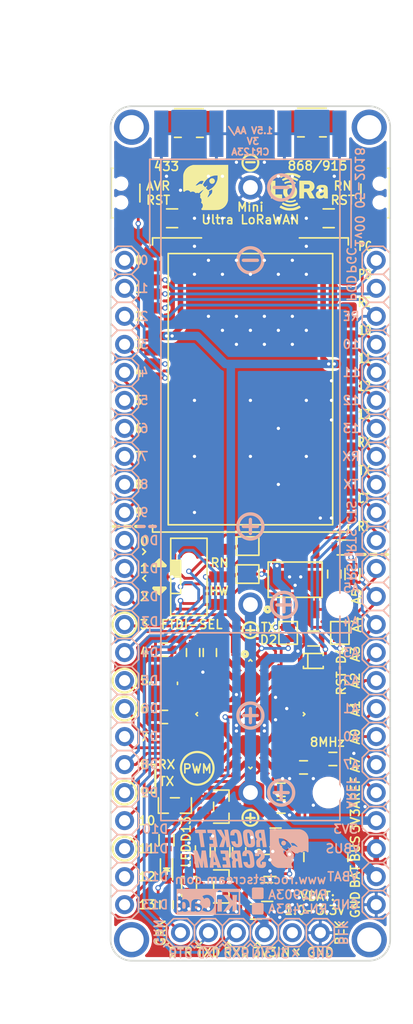
<source format=kicad_pcb>
(kicad_pcb (version 20171130) (host pcbnew 5.0.0-rc2-unknown-2d812c2~65~ubuntu16.04.1)
  (title_block (title "Mini Ultra LoRaWAN") (date 2016-12-26) (rev 0.10) (company "Rocket Scream Electronics"))
  (layers (0 F.Cu signal) (31 B.Cu signal hide) (34 B.Paste user) (35 F.Paste user) (36 B.SilkS user hide) (37 F.SilkS user) (38 B.Mask user) (39 F.Mask user hide) (44 Edge.Cuts user))
  (net 0 "")
  (net 1 GND)
  (net 2 /D4)
  (net 3 /D9)
  (net 4 /RST)
  (net 5 /D3)
  (net 6 3V3)
  (net 7 /D5)
  (net 8 /D6)
  (net 9 /D7)
  (net 10 /D8)
  (net 11 /D10)
  (net 12 /D11)
  (net 13 /D12)
  (net 14 /D13)
  (net 15 AREF)
  (net 16 /A7)
  (net 17 /A0)
  (net 18 /A1)
  (net 19 /A2)
  (net 20 /A3)
  (net 21 /A4)
  (net 22 /A5)
  (net 23 /D0)
  (net 24 /D1)
  (net 25 /D2)
  (net 26 "Net-(D2-Pad1)")
  (net 27 "Net-(M1-Pad~)")
  (net 28 "Net-(M2-Pad~)")
  (net 29 "Net-(Q1-Pad3)")
  (net 30 "Net-(J1-Pad5)")
  (net 31 "Net-(C5-Pad1)")
  (net 32 "Net-(C6-Pad2)")
  (net 33 "Net-(J5-Pad1)")
  (net 34 "Net-(U3-Pad4)")
  (net 35 "Net-(U3-Pad5)")
  (net 36 "Net-(U3-Pad15)")
  (net 37 "Net-(U3-Pad16)")
  (net 38 "Net-(U3-Pad17)")
  (net 39 "Net-(U3-Pad18)")
  (net 40 "Net-(U3-Pad19)")
  (net 41 "Net-(U3-Pad29)")
  (net 42 "Net-(U3-Pad42)")
  (net 43 "Net-(J7-Pad1)")
  (net 44 VBAT)
  (net 45 VBUS)
  (net 46 /TXD)
  (net 47 /TX)
  (net 48 /RX)
  (net 49 /RXD)
  (net 50 /RTS)
  (net 51 /CTS)
  (net 52 /GPIO13)
  (net 53 /GPIO12)
  (net 54 /GPIO11)
  (net 55 /GPIO10)
  (net 56 /PGC)
  (net 57 /PGD)
  (net 58 /RESET)
  (net 59 /GPIO0)
  (net 60 /GPIO1)
  (net 61 /GPIO2)
  (net 62 /GPIO3)
  (net 63 /GPIO4)
  (net 64 /GPIO5)
  (net 65 /GPIO6)
  (net 66 /GPIO7)
  (net 67 /GPIO8)
  (net 68 /GPIO9)
  (net 69 "Net-(U4-Pad7)")
  (net 70 "Net-(U4-Pad3)")
  (net 71 "Net-(U4-Pad2)")
  (net 72 "Net-(U4-Pad1)")
  (net 73 3V3OUT)
  (net 74 "Net-(L2-Pad2)")
  (net 75 "Net-(C13-Pad1)")
  (net 76 "Net-(C4-Pad1)")
  (net 77 3V3IN)
  (net 78 "Net-(C14-Pad2)")
  (module RocketScreamKicadLibrary:HOLE_PTH_2.2MM (layer F.Cu) (at 174.295 74.435)
    (fp_text reference M4 hide)
    (fp_text value MOUNT_HOLE)
    (pad "" np_thru_hole circle (at 0 0) (size 3.2 3.2) (drill 2.2) (layers *.Cu *.Mask))
  )
  (module RocketScreamKicadLibrary:HOLE_PTH_2.2MM (layer F.Cu) (at 174.295 148.095)
    (fp_text reference M6 hide)
    (fp_text value MOUNT_HOLE)
    (pad "" np_thru_hole circle (at 0 0) (size 3.2 3.2) (drill 2.2) (layers *.Cu *.Mask))
  )
  (module RocketScreamKicadLibrary:HOLE_PTH_2.2MM (layer F.Cu) (at 152.705 148.095)
    (fp_text reference M5 hide)
    (fp_text value MOUNT_HOLE)
    (pad "" np_thru_hole circle (at 0 0) (size 3.2 3.2) (drill 2.2) (layers *.Cu *.Mask))
  )
  (module RocketScreamKicadLibrary:HOLE_PTH_2.2MM (layer F.Cu) (at 152.709442 74.435)
    (fp_text reference M3 hide)
    (fp_text value MOUNT_HOLE)
    (pad "" np_thru_hole circle (at 0 0) (size 3.2 3.2) (drill 2.2) (layers *.Cu *.Mask))
  )
  (module RocketScreamKicadLibrary:SOD-323 (layer F.Cu) (at 169.215 122.822)
    (fp_text reference D1 hide)
    (fp_text value 1N4148)
    (pad 2 smd rect (at 1.1 0) (size 0.6 0.6) (layers F.Cu F.Paste F.Mask) (net 4 /RST))
    (pad 1 smd rect (at -1.1 0) (size 0.6 0.6) (layers F.Cu F.Paste F.Mask) (net 6 3V3))
  )
  (module RocketScreamKicadLibrary:SOD-323 (layer F.Cu) (at 157.929 143.269 90)
    (fp_text reference D3 hide)
    (fp_text value PMEG3010CEJ)
    (pad 2 smd rect (at 1.1 0 90) (size 0.6 0.6) (layers F.Cu F.Paste F.Mask) (net 77 3V3IN))
    (pad 1 smd rect (at -1.1 0 90) (size 0.6 0.6) (layers F.Cu F.Paste F.Mask) (net 6 3V3))
  )
  (module RocketScreamKicadLibrary:C_0603 (layer F.Cu) (at 162.484 140.094 90)
    (fp_text reference C14 hide)
    (fp_text value 47pF)
    (pad 2 smd rect (at 0.75 0 90) (size 0.8 0.75) (layers F.Cu F.Paste F.Mask) (net 78 "Net-(C14-Pad2)"))
    (pad 1 smd rect (at -0.75 0 90) (size 0.8 0.75) (layers F.Cu F.Paste F.Mask) (net 73 3V3OUT))
  )
  (module RocketScreamKicadLibrary:SRN4012TA (layer F.Cu) (at 170.358 140.602 270)
    (fp_text reference L2 hide)
    (fp_text value SRN4012TA-R47M)
    (pad 1 smd rect (at -1.35 0 270) (size 1.5 4.2) (layers F.Cu F.Paste F.Mask) (net 45 VBUS))
    (pad 2 smd rect (at 1.35 0 270) (size 1.5 4.2) (layers F.Cu F.Paste F.Mask) (net 74 "Net-(L2-Pad2)"))
  )
  (module RocketScreamKicadLibrary:WSON-8 (layer F.Cu) (at 165.278 141.364 90)
    (fp_text reference U1 hide)
    (fp_text value TPS61021ADSG)
    (pad 7 smd rect (at 0.25 0.95 90) (size 0.28 0.5) (layers F.Cu F.Paste F.Mask) (net 74 "Net-(L2-Pad2)"))
    (pad 8 smd rect (at 0.75 0.95 90) (size 0.28 0.5) (layers F.Cu F.Paste F.Mask) (net 45 VBUS))
    (pad 6 smd rect (at -0.25 0.95 90) (size 0.28 0.5) (layers F.Cu F.Paste F.Mask) (net 74 "Net-(L2-Pad2)"))
    (pad 5 smd rect (at -0.75 0.95 90) (size 0.28 0.5) (layers F.Cu F.Paste F.Mask) (net 45 VBUS))
    (pad 4 smd rect (at -0.75 -0.95 90) (size 0.28 0.5) (layers F.Cu F.Paste F.Mask) (net 73 3V3OUT))
    (pad 3 smd rect (at -0.25 -0.95 90) (size 0.28 0.5) (layers F.Cu F.Paste F.Mask) (net 73 3V3OUT))
    (pad 2 smd trapezoid (at 0.25 -0.95 90) (size 0.28 0.5) (layers F.Cu F.Paste F.Mask) (net 78 "Net-(C14-Pad2)"))
    (pad 9 smd rect (at 0 0 90) (size 1.6 0.9) (layers F.Cu F.Paste F.Mask) (net 1 GND))
    (pad 1 smd trapezoid (at 0.75 -0.95 90) (size 0.28 0.5) (layers F.Cu F.Paste F.Mask) (net 1 GND))
  )
  (module RocketScreamKicadLibrary:LOGO-ROCKET-SCREAM_Horizontal_XXSmall (layer B.Cu) (at 163.5 139.84 180)
    (fp_text reference LOGO2 hide)
    (fp_text value LOGO-ROCKET-SCREAM hide)
  )
  (module RocketScreamKicadLibrary:1028-1051 (layer B.Cu) (at 163.5 98.806 90)
    (fp_text reference BT1 hide)
    (fp_text value CR123A/AA)
    (pad "" np_thru_hole circle (at -35.95 7.09 90) (size 2.38 2.38) (drill 2.38) (layers *.Cu *.Mask))
    (pad 1 thru_hole circle (at -35.95 0 90) (size 2.2 2.2) (drill 1.35) (layers *.Cu *.Mask) (net 44 VBAT))
    (pad "" np_thru_hole circle (at -18.91 8.1 90) (size 1.98 1.98) (drill 1.98) (layers *.Cu *.Mask))
    (pad 1 thru_hole circle (at -18.91 0 90) (size 2.2 2.2) (drill 1.35) (layers *.Cu *.Mask) (net 44 VBAT))
    (pad 2 thru_hole circle (at 18.91 0 90) (size 2.2 2.2) (drill 1.35) (layers *.Cu *.Mask) (net 1 GND))
  )
  (module RocketScreamKicadLibrary:LOGO-KICAD_XXXSmall (layer B.Cu) (at 159.69 144.666 180)
    (fp_text reference LOGO1 hide)
    (fp_text value LOGO-KICAD hide)
  )
  (module RocketScreamKicadLibrary:C_0603 (layer F.Cu) (at 155.626 127.902 180)
    (fp_text reference C13 hide)
    (fp_text value 10pF)
    (pad 2 smd rect (at 0.75 0 180) (size 0.8 0.75) (layers F.Cu F.Paste F.Mask) (net 1 GND))
    (pad 1 smd rect (at -0.75 0 180) (size 0.8 0.75) (layers F.Cu F.Paste F.Mask) (net 75 "Net-(C13-Pad1)"))
  )
  (module RocketScreamKicadLibrary:IS-1390 (layer F.Cu) (at 157.912 115.202 270)
    (fp_text reference SW2 hide)
    (fp_text value IS-1390)
    (pad 1 smd rect (at -2.5 2.675) (size 1.65 1) (layers F.Cu F.Paste F.Mask) (net 47 /TX))
    (pad 2 smd rect (at 0 2.675) (size 1.65 1) (layers F.Cu F.Paste F.Mask) (net 46 /TXD))
    (pad 3 smd rect (at 2.5 2.675) (size 1.65 1) (layers F.Cu F.Paste F.Mask) (net 24 /D1))
    (pad 4 smd rect (at 2.5 -2.675) (size 1.65 1) (layers F.Cu F.Paste F.Mask) (net 23 /D0))
    (pad 5 smd rect (at 0 -2.675) (size 1.65 1) (layers F.Cu F.Paste F.Mask) (net 49 /RXD))
    (pad 6 smd rect (at -2.5 -2.675) (size 1.65 1) (layers F.Cu F.Paste F.Mask) (net 48 /RX))
    (pad "" np_thru_hole circle (at -1.5 0) (size 0.9 0.9) (drill 0.9) (layers *.Cu *.Mask))
    (pad "" np_thru_hole circle (at 1.5 0) (size 0.9 0.9) (drill 0.9) (layers *.Cu *.Mask))
  )
  (module RocketScreamKicadLibrary:NX3225GD (layer F.Cu) (at 155.626 124.854 270)
    (fp_text reference Y1 hide)
    (fp_text value NX3225GD)
    (pad 1 smd rect (at -0.95 0 270) (size 1.5 2.7) (layers F.Cu F.Paste F.Mask) (net 76 "Net-(C4-Pad1)"))
    (pad 2 smd rect (at 0.95 0 270) (size 1.5 2.7) (layers F.Cu F.Paste F.Mask) (net 75 "Net-(C13-Pad1)"))
  )
  (module RocketScreamKicadLibrary:R_0603 (layer F.Cu) (at 164.008 145.555 180)
    (fp_text reference R7 hide)
    (fp_text value 10K)
    (pad 2 smd rect (at 0.75 0 180) (size 0.5 0.9) (layers F.Cu F.Paste F.Mask) (net 1 GND))
    (pad 1 smd rect (at -0.75 0 180) (size 0.5 0.9) (layers F.Cu F.Paste F.Mask) (net 77 3V3IN))
  )
  (module RocketScreamKicadLibrary:SOT-23 (layer F.Cu) (at 160.96 143.269 270)
    (fp_text reference Q3 hide)
    (fp_text value DMP2035U)
    (pad 1 smd rect (at -0.95 1.15 270) (size 0.65 1.05) (layers F.Cu F.Paste F.Mask) (net 77 3V3IN))
    (pad 2 smd rect (at 0.95 1.15 270) (size 0.65 1.05) (layers F.Cu F.Paste F.Mask) (net 6 3V3))
    (pad 3 smd rect (at 0 -1.15 270) (size 0.65 1.05) (layers F.Cu F.Paste F.Mask) (net 73 3V3OUT))
  )
  (module RocketScreamKicadLibrary:HDR_1x24_Pitch2.54mm (layer B.Cu) (at 152.07 115.71 270)
    (fp_text reference J2 hide)
    (fp_text value "2.54 mm 1x24")
    (pad 14 thru_hole oval (at 3.81 0 270) (size 1.7272 1.7272) (drill 1.016) (layers *.Cu *.Mask) (net 5 /D3))
    (pad 13 thru_hole oval (at 1.27 0 270) (size 1.7272 1.7272) (drill 1.016) (layers *.Cu *.Mask) (net 25 /D2))
    (pad 12 thru_hole oval (at -1.27 0 270) (size 1.7272 1.7272) (drill 1.016) (layers *.Cu *.Mask) (net 24 /D1))
    (pad 11 thru_hole oval (at -3.81 0 270) (size 1.7272 1.7272) (drill 1.016) (layers *.Cu *.Mask) (net 23 /D0))
    (pad 1 thru_hole oval (at -29.21 0 270) (size 1.7272 1.7272) (drill 1.016) (layers *.Cu *.Mask) (net 59 /GPIO0))
    (pad 2 thru_hole oval (at -26.67 0 270) (size 1.7272 1.7272) (drill 1.016) (layers *.Cu *.Mask) (net 60 /GPIO1))
    (pad 3 thru_hole oval (at -24.13 0 270) (size 1.7272 1.7272) (drill 1.016) (layers *.Cu *.Mask) (net 61 /GPIO2))
    (pad 4 thru_hole oval (at -21.59 0 270) (size 1.7272 1.7272) (drill 1.016) (layers *.Cu *.Mask) (net 62 /GPIO3))
    (pad 5 thru_hole oval (at -19.05 0 270) (size 1.7272 1.7272) (drill 1.016) (layers *.Cu *.Mask) (net 63 /GPIO4))
    (pad 6 thru_hole oval (at -16.51 0 270) (size 1.7272 1.7272) (drill 1.016) (layers *.Cu *.Mask) (net 64 /GPIO5))
    (pad 7 thru_hole oval (at -13.97 0 270) (size 1.7272 1.7272) (drill 1.016) (layers *.Cu *.Mask) (net 65 /GPIO6))
    (pad 8 thru_hole oval (at -11.43 0 270) (size 1.7272 1.7272) (drill 1.016) (layers *.Cu *.Mask) (net 66 /GPIO7))
    (pad 9 thru_hole oval (at -8.89 0 270) (size 1.7272 1.7272) (drill 1.016) (layers *.Cu *.Mask) (net 67 /GPIO8))
    (pad 10 thru_hole oval (at -6.35 0 270) (size 1.7272 1.7272) (drill 1.016) (layers *.Cu *.Mask) (net 68 /GPIO9))
    (pad 15 thru_hole oval (at 6.35 0 270) (size 1.7272 1.7272) (drill 1.016) (layers *.Cu *.Mask) (net 2 /D4))
    (pad 16 thru_hole oval (at 8.89 0 270) (size 1.7272 1.7272) (drill 1.016) (layers *.Cu *.Mask) (net 7 /D5))
    (pad 17 thru_hole oval (at 11.43 0 270) (size 1.7272 1.7272) (drill 1.016) (layers *.Cu *.Mask) (net 8 /D6))
    (pad 18 thru_hole oval (at 13.97 0 270) (size 1.7272 1.7272) (drill 1.016) (layers *.Cu *.Mask) (net 9 /D7))
    (pad 19 thru_hole oval (at 16.51 0 270) (size 1.7272 1.7272) (drill 1.016) (layers *.Cu *.Mask) (net 10 /D8))
    (pad 20 thru_hole oval (at 19.05 0 270) (size 1.7272 1.7272) (drill 1.016) (layers *.Cu *.Mask) (net 3 /D9))
    (pad 21 thru_hole oval (at 21.59 0 270) (size 1.7272 1.7272) (drill 1.016) (layers *.Cu *.Mask) (net 11 /D10))
    (pad 22 thru_hole oval (at 24.13 0 270) (size 1.7272 1.7272) (drill 1.016) (layers *.Cu *.Mask) (net 12 /D11))
    (pad 23 thru_hole oval (at 26.67 0 270) (size 1.7272 1.7272) (drill 1.016) (layers *.Cu *.Mask) (net 13 /D12))
    (pad 24 thru_hole oval (at 29.21 0 270) (size 1.7272 1.7272) (drill 1.016) (layers *.Cu *.Mask) (net 14 /D13))
  )
  (module RocketScreamKicadLibrary:HDR_1x24_Pitch2.54mm (layer B.Cu) (at 174.93 115.71 270)
    (fp_text reference J3 hide)
    (fp_text value "2.54 mm 1x24")
    (pad 14 thru_hole oval (at 3.81 0 270) (size 1.7272 1.7272) (drill 1.016) (layers *.Cu *.Mask) (net 21 /A4))
    (pad 13 thru_hole oval (at 1.27 0 270) (size 1.7272 1.7272) (drill 1.016) (layers *.Cu *.Mask) (net 22 /A5))
    (pad 12 thru_hole oval (at -1.27 0 270) (size 1.7272 1.7272) (drill 1.016) (layers *.Cu *.Mask) (net 4 /RST))
    (pad 11 thru_hole oval (at -3.81 0 270) (size 1.7272 1.7272) (drill 1.016) (layers *.Cu *.Mask) (net 50 /RTS))
    (pad 1 thru_hole oval (at -29.21 0 270) (size 1.7272 1.7272) (drill 1.016) (layers *.Cu *.Mask) (net 56 /PGC))
    (pad 2 thru_hole oval (at -26.67 0 270) (size 1.7272 1.7272) (drill 1.016) (layers *.Cu *.Mask) (net 57 /PGD))
    (pad 3 thru_hole oval (at -24.13 0 270) (size 1.7272 1.7272) (drill 1.016) (layers *.Cu *.Mask) (net 58 /RESET))
    (pad 4 thru_hole oval (at -21.59 0 270) (size 1.7272 1.7272) (drill 1.016) (layers *.Cu *.Mask) (net 55 /GPIO10))
    (pad 5 thru_hole oval (at -19.05 0 270) (size 1.7272 1.7272) (drill 1.016) (layers *.Cu *.Mask) (net 54 /GPIO11))
    (pad 6 thru_hole oval (at -16.51 0 270) (size 1.7272 1.7272) (drill 1.016) (layers *.Cu *.Mask) (net 53 /GPIO12))
    (pad 7 thru_hole oval (at -13.97 0 270) (size 1.7272 1.7272) (drill 1.016) (layers *.Cu *.Mask) (net 52 /GPIO13))
    (pad 8 thru_hole oval (at -11.43 0 270) (size 1.7272 1.7272) (drill 1.016) (layers *.Cu *.Mask) (net 48 /RX))
    (pad 9 thru_hole oval (at -8.89 0 270) (size 1.7272 1.7272) (drill 1.016) (layers *.Cu *.Mask) (net 47 /TX))
    (pad 10 thru_hole oval (at -6.35 0 270) (size 1.7272 1.7272) (drill 1.016) (layers *.Cu *.Mask) (net 51 /CTS))
    (pad 15 thru_hole oval (at 6.35 0 270) (size 1.7272 1.7272) (drill 1.016) (layers *.Cu *.Mask) (net 20 /A3))
    (pad 16 thru_hole oval (at 8.89 0 270) (size 1.7272 1.7272) (drill 1.016) (layers *.Cu *.Mask) (net 19 /A2))
    (pad 17 thru_hole oval (at 11.43 0 270) (size 1.7272 1.7272) (drill 1.016) (layers *.Cu *.Mask) (net 18 /A1))
    (pad 18 thru_hole oval (at 13.97 0 270) (size 1.7272 1.7272) (drill 1.016) (layers *.Cu *.Mask) (net 17 /A0))
    (pad 19 thru_hole oval (at 16.51 0 270) (size 1.7272 1.7272) (drill 1.016) (layers *.Cu *.Mask) (net 16 /A7))
    (pad 20 thru_hole oval (at 19.05 0 270) (size 1.7272 1.7272) (drill 1.016) (layers *.Cu *.Mask) (net 15 AREF))
    (pad 21 thru_hole oval (at 21.59 0 270) (size 1.7272 1.7272) (drill 1.016) (layers *.Cu *.Mask) (net 6 3V3))
    (pad 22 thru_hole oval (at 24.13 0 270) (size 1.7272 1.7272) (drill 1.016) (layers *.Cu *.Mask) (net 45 VBUS))
    (pad 23 thru_hole oval (at 26.67 0 270) (size 1.7272 1.7272) (drill 1.016) (layers *.Cu *.Mask) (net 44 VBAT))
    (pad 24 thru_hole oval (at 29.21 0 270) (size 1.7272 1.7272) (drill 1.016) (layers *.Cu *.Mask) (net 1 GND))
  )
  (module RocketScreamKicadLibrary:U.FL-R-SMT_Extended (layer F.Cu) (at 157.912 74.054 180)
    (fp_text reference J7 hide)
    (fp_text value U.FL-R-SMT)
    (pad 1 smd rect (at 0 -2.05 180) (size 1 2.1) (layers F.Cu F.Paste F.Mask) (net 43 "Net-(J7-Pad1)"))
    (pad 3 smd rect (at 1.475 0 180) (size 1.05 2.2) (layers F.Cu F.Paste F.Mask) (net 1 GND))
    (pad 2 smd rect (at -1.475 0 180) (size 1.05 2.2) (layers F.Cu F.Paste F.Mask) (net 1 GND))
  )
  (module RocketScreamKicadLibrary:U.FL-R-SMT_Extended (layer F.Cu) (at 169.088 74.009948 180)
    (fp_text reference J5 hide)
    (fp_text value U.FL-R-SMT)
    (pad 1 smd rect (at 0 -2.05 180) (size 1 2.1) (layers F.Cu F.Paste F.Mask) (net 33 "Net-(J5-Pad1)"))
    (pad 3 smd rect (at 1.475 0 180) (size 1.05 2.2) (layers F.Cu F.Paste F.Mask) (net 1 GND))
    (pad 2 smd rect (at -1.475 0 180) (size 1.05 2.2) (layers F.Cu F.Paste F.Mask) (net 1 GND))
  )
  (module RocketScreamKicadLibrary:RN2xx3 (layer F.Cu) (at 163.504442 97.803)
    (fp_text reference U3 hide)
    (fp_text value RN2483)
    (pad 1 smd roundrect (at 8.89 12.065) (size 1.524 1.016) (layers F.Cu F.Paste F.Mask) (net 1 GND))
    (pad 2 smd roundrect (at 8.89 10.795) (size 1.524 1.016) (layers F.Cu F.Paste F.Mask) (net 50 /RTS))
    (pad 3 smd roundrect (at 8.89 9.525) (size 1.524 1.016) (layers F.Cu F.Paste F.Mask) (net 51 /CTS))
    (pad 4 smd roundrect (at 8.89 8.255) (size 1.524 1.016) (layers F.Cu F.Paste F.Mask) (net 34 "Net-(U3-Pad4)"))
    (pad 5 smd roundrect (at 8.89 6.985) (size 1.524 1.016) (layers F.Cu F.Paste F.Mask) (net 35 "Net-(U3-Pad5)"))
    (pad 6 smd roundrect (at 8.89 5.715) (size 1.524 1.016) (layers F.Cu F.Paste F.Mask) (net 47 /TX))
    (pad 7 smd roundrect (at 8.89 4.445) (size 1.524 1.016) (layers F.Cu F.Paste F.Mask) (net 48 /RX))
    (pad 8 smd roundrect (at 8.89 3.175) (size 1.524 1.016) (layers F.Cu F.Paste F.Mask) (net 1 GND))
    (pad 9 smd roundrect (at 8.89 1.905) (size 1.524 1.016) (layers F.Cu F.Paste F.Mask) (net 52 /GPIO13))
    (pad 10 smd roundrect (at 8.89 0.635) (size 1.524 1.016) (layers F.Cu F.Paste F.Mask) (net 53 /GPIO12))
    (pad 11 smd roundrect (at 8.89 -0.635) (size 1.524 1.016) (layers F.Cu F.Paste F.Mask) (net 1 GND))
    (pad 12 smd roundrect (at 8.89 -1.905) (size 1.524 1.016) (layers F.Cu F.Paste F.Mask) (net 6 3V3))
    (pad 13 smd roundrect (at 8.89 -3.175) (size 1.524 1.016) (layers F.Cu F.Paste F.Mask) (net 54 /GPIO11))
    (pad 14 smd roundrect (at 8.89 -4.445) (size 1.524 1.016) (layers F.Cu F.Paste F.Mask) (net 55 /GPIO10))
    (pad 15 smd roundrect (at 8.89 -5.715) (size 1.524 1.016) (layers F.Cu F.Paste F.Mask) (net 36 "Net-(U3-Pad15)"))
    (pad 16 smd roundrect (at 8.89 -6.985) (size 1.524 1.016) (layers F.Cu F.Paste F.Mask) (net 37 "Net-(U3-Pad16)"))
    (pad 17 smd roundrect (at 8.89 -8.255) (size 1.524 1.016) (layers F.Cu F.Paste F.Mask) (net 38 "Net-(U3-Pad17)"))
    (pad 18 smd roundrect (at 8.89 -9.525) (size 1.524 1.016) (layers F.Cu F.Paste F.Mask) (net 39 "Net-(U3-Pad18)"))
    (pad 19 smd roundrect (at 8.89 -10.795) (size 1.524 1.016) (layers F.Cu F.Paste F.Mask) (net 40 "Net-(U3-Pad19)"))
    (pad 20 smd roundrect (at 8.89 -12.065) (size 1.524 1.016) (layers F.Cu F.Paste F.Mask) (net 1 GND))
    (pad 21 smd roundrect (at 3.81 -13.335 90) (size 1.524 1.016) (layers F.Cu F.Paste F.Mask) (net 1 GND))
    (pad 22 smd roundrect (at 2.54 -13.335 90) (size 1.524 1.016) (layers F.Cu F.Paste F.Mask) (net 1 GND))
    (pad 23 smd roundrect (at 1.27 -13.335 90) (size 1.524 1.016) (layers F.Cu F.Paste F.Mask) (net 33 "Net-(J5-Pad1)"))
    (pad 24 smd roundrect (at 0 -13.335 90) (size 1.524 1.016) (layers F.Cu F.Paste F.Mask) (net 1 GND))
    (pad 25 smd roundrect (at -1.27 -13.335 90) (size 1.524 1.016) (layers F.Cu F.Paste F.Mask) (net 43 "Net-(J7-Pad1)"))
    (pad 26 smd roundrect (at -2.54 -13.335 90) (size 1.524 1.016) (layers F.Cu F.Paste F.Mask) (net 1 GND))
    (pad 27 smd roundrect (at -3.81 -13.335 90) (size 1.524 1.016) (layers F.Cu F.Paste F.Mask) (net 1 GND))
    (pad 28 smd roundrect (at -8.89 -12.065 180) (size 1.524 1.016) (layers F.Cu F.Paste F.Mask) (net 1 GND))
    (pad 29 smd roundrect (at -8.89 -10.795 180) (size 1.524 1.016) (layers F.Cu F.Paste F.Mask) (net 41 "Net-(U3-Pad29)"))
    (pad 30 smd roundrect (at -8.89 -9.525 180) (size 1.524 1.016) (layers F.Cu F.Paste F.Mask) (net 56 /PGC))
    (pad 31 smd roundrect (at -8.89 -8.255 180) (size 1.524 1.016) (layers F.Cu F.Paste F.Mask) (net 57 /PGD))
    (pad 32 smd roundrect (at -8.89 -6.985 180) (size 1.524 1.016) (layers F.Cu F.Paste F.Mask) (net 58 /RESET))
    (pad 33 smd roundrect (at -8.89 -5.715 180) (size 1.524 1.016) (layers F.Cu F.Paste F.Mask) (net 1 GND))
    (pad 34 smd roundrect (at -8.89 -4.445 180) (size 1.524 1.016) (layers F.Cu F.Paste F.Mask) (net 6 3V3))
    (pad 35 smd roundrect (at -8.89 -3.175 180) (size 1.524 1.016) (layers F.Cu F.Paste F.Mask) (net 59 /GPIO0))
    (pad 36 smd roundrect (at -8.89 -1.905 180) (size 1.524 1.016) (layers F.Cu F.Paste F.Mask) (net 60 /GPIO1))
    (pad 37 smd roundrect (at -8.89 -0.635 180) (size 1.524 1.016) (layers F.Cu F.Paste F.Mask) (net 61 /GPIO2))
    (pad 38 smd roundrect (at -8.89 0.635 180) (size 1.524 1.016) (layers F.Cu F.Paste F.Mask) (net 62 /GPIO3))
    (pad 39 smd roundrect (at -8.89 1.905 180) (size 1.524 1.016) (layers F.Cu F.Paste F.Mask) (net 63 /GPIO4))
    (pad 40 smd roundrect (at -8.89 3.175 180) (size 1.524 1.016) (layers F.Cu F.Paste F.Mask) (net 64 /GPIO5))
    (pad 41 smd roundrect (at -8.89 4.445 180) (size 1.524 1.016) (layers F.Cu F.Paste F.Mask) (net 1 GND))
    (pad 42 smd roundrect (at -8.89 5.715 180) (size 1.524 1.016) (layers F.Cu F.Paste F.Mask) (net 42 "Net-(U3-Pad42)"))
    (pad 43 smd roundrect (at -8.89 6.985 180) (size 1.524 1.016) (layers F.Cu F.Paste F.Mask) (net 65 /GPIO6))
    (pad 44 smd roundrect (at -8.89 8.255 180) (size 1.524 1.016) (layers F.Cu F.Paste F.Mask) (net 66 /GPIO7))
    (pad 45 smd roundrect (at -8.89 9.525 180) (size 1.524 1.016) (layers F.Cu F.Paste F.Mask) (net 67 /GPIO8))
    (pad 46 smd roundrect (at -8.89 10.795 180) (size 1.524 1.016) (layers F.Cu F.Paste F.Mask) (net 68 /GPIO9))
    (pad 47 smd roundrect (at -8.89 12.065 180) (size 1.524 1.016) (layers F.Cu F.Paste F.Mask) (net 1 GND))
  )
  (module RocketScreamKicadLibrary:SOIC-8-N_8S1 (layer F.Cu) (at 167.564 115.456 90)
    (fp_text reference U4 hide)
    (fp_text value ATECC508A-SSHDA)
    (pad 8 smd rect (at 2.7 -1.905 90) (size 1.6 0.6) (layers F.Cu F.Paste F.Mask) (net 6 3V3))
    (pad 7 smd rect (at 2.7 -0.635 90) (size 1.6 0.6) (layers F.Cu F.Paste F.Mask) (net 69 "Net-(U4-Pad7)"))
    (pad 6 smd rect (at 2.7 0.635 90) (size 1.6 0.6) (layers F.Cu F.Paste F.Mask) (net 22 /A5))
    (pad 5 smd rect (at 2.7 1.905 90) (size 1.6 0.6) (layers F.Cu F.Paste F.Mask) (net 21 /A4))
    (pad 4 smd rect (at -2.7 1.905 90) (size 1.6 0.6) (layers F.Cu F.Paste F.Mask) (net 1 GND))
    (pad 3 smd rect (at -2.7 0.635 90) (size 1.6 0.6) (layers F.Cu F.Paste F.Mask) (net 70 "Net-(U4-Pad3)"))
    (pad 2 smd rect (at -2.7 -0.635 90) (size 1.6 0.6) (layers F.Cu F.Paste F.Mask) (net 71 "Net-(U4-Pad2)"))
    (pad 1 smd rect (at -2.7 -1.905 90) (size 1.6 0.6) (layers F.Cu F.Paste F.Mask) (net 72 "Net-(U4-Pad1)"))
  )
  (module RocketScreamKicadLibrary:C_0603 (layer F.Cu) (at 171.12 114.948 270)
    (fp_text reference C12 hide)
    (fp_text value 100nF)
    (pad 1 smd rect (at -0.75 0 270) (size 0.8 0.75) (layers F.Cu F.Paste F.Mask) (net 6 3V3))
    (pad 2 smd rect (at 0.75 0 270) (size 0.8 0.75) (layers F.Cu F.Paste F.Mask) (net 1 GND))
  )
  (module RocketScreamKicadLibrary:R_0603 (layer F.Cu) (at 171.882 112.535)
    (fp_text reference R6 hide)
    (fp_text value 2K2)
    (pad 1 smd rect (at -0.75 0) (size 0.5 0.9) (layers F.Cu F.Paste F.Mask) (net 6 3V3))
    (pad 2 smd rect (at 0.75 0) (size 0.5 0.9) (layers F.Cu F.Paste F.Mask) (net 21 /A4))
  )
  (module RocketScreamKicadLibrary:R_0603 (layer F.Cu) (at 172.771 114.948 270)
    (fp_text reference R5 hide)
    (fp_text value 2K2)
    (pad 1 smd rect (at -0.75 0 270) (size 0.5 0.9) (layers F.Cu F.Paste F.Mask) (net 6 3V3))
    (pad 2 smd rect (at 0.75 0 270) (size 0.5 0.9) (layers F.Cu F.Paste F.Mask) (net 22 /A5))
  )
  (module RocketScreamKicadLibrary:LOGO-LORA_XSmall (layer F.Cu) (at 167.945 80.277)
    (fp_text reference LOGO3 hide)
    (fp_text value LOGO-LORA hide)
  )
  (module RocketScreamKicadLibrary:LOGO-ROCKET-SCREAM_Without_Text_XXXSmall (layer F.Cu) (at 159.436 79.896)
    (fp_text reference LOGO4 hide)
    (fp_text value LOGO-ROCKET-SCREAM hide)
  )
  (module RocketScreamKicadLibrary:C_0805 (layer F.Cu) (at 170.612 82.69 180)
    (fp_text reference C11 hide)
    (fp_text value "47uF 10V X5R")
    (pad 1 smd rect (at -1 0 180) (size 1 1.25) (layers F.Cu F.Paste F.Mask) (net 6 3V3))
    (pad 2 smd rect (at 1 0 180) (size 1 1.25) (layers F.Cu F.Paste F.Mask) (net 1 GND))
  )
  (module RocketScreamKicadLibrary:C_0805 (layer F.Cu) (at 156.388 82.69)
    (fp_text reference C10 hide)
    (fp_text value "47uF 10V X5R")
    (pad 1 smd rect (at -1 0) (size 1 1.25) (layers F.Cu F.Paste F.Mask) (net 6 3V3))
    (pad 2 smd rect (at 1 0) (size 1 1.25) (layers F.Cu F.Paste F.Mask) (net 1 GND))
  )
  (module RocketScreamKicadLibrary:TS-018 (layer F.Cu) (at 151.562 80.404 90)
    (fp_text reference SW1 hide)
    (fp_text value SPNO)
    (pad "" np_thru_hole circle (at 0.85 0.2 90) (size 0.8 0.8) (drill 0.8) (layers *.Cu *.Mask))
    (pad "" np_thru_hole circle (at -0.85 0.2 90) (size 0.8 0.8) (drill 0.8) (layers *.Cu *.Mask))
    (pad 4 smd rect (at -2.3 0.2 90) (size 0.9 1.2) (layers F.Cu F.Paste F.Mask))
    (pad 3 smd rect (at 2.3 0.2 90) (size 0.9 1.2) (layers F.Cu F.Paste F.Mask))
    (pad 2 smd rect (at 1.675 1.75 90) (size 1.15 1.3) (layers F.Cu F.Paste F.Mask) (net 1 GND))
    (pad 1 smd rect (at -1.675 1.75 90) (size 1.15 1.3) (layers F.Cu F.Paste F.Mask) (net 4 /RST))
  )
  (module RocketScreamKicadLibrary:TS-018 (layer F.Cu) (at 175.438 80.404 270)
    (fp_text reference SW3 hide)
    (fp_text value SPNO)
    (pad "" np_thru_hole circle (at 0.85 0.2 270) (size 0.8 0.8) (drill 0.8) (layers *.Cu *.Mask))
    (pad "" np_thru_hole circle (at -0.85 0.2 270) (size 0.8 0.8) (drill 0.8) (layers *.Cu *.Mask))
    (pad 4 smd rect (at -2.3 0.2 270) (size 0.9 1.2) (layers F.Cu F.Paste F.Mask))
    (pad 3 smd rect (at 2.3 0.2 270) (size 0.9 1.2) (layers F.Cu F.Paste F.Mask))
    (pad 2 smd rect (at 1.675 1.75 270) (size 1.15 1.3) (layers F.Cu F.Paste F.Mask) (net 58 /RESET))
    (pad 1 smd rect (at -1.675 1.75 270) (size 1.15 1.3) (layers F.Cu F.Paste F.Mask) (net 1 GND))
  )
  (module RocketScreamKicadLibrary:JUMPER-1-WAY-SMD (layer F.Cu) (at 163.246 112.408)
    (fp_text reference JP3 hide)
    (fp_text value JUMPER-1-WAY)
    (pad 2 smd rect (at 0.508 0) (size 0.635 1.27) (layers F.Cu F.Paste F.Mask) (net 48 /RX))
    (pad 1 smd rect (at -0.508 0) (size 0.635 1.27) (layers F.Cu F.Paste F.Mask) (net 3 /D9))
  )
  (module RocketScreamKicadLibrary:JUMPER-1-WAY-SMD (layer F.Cu) (at 163.246 114.948)
    (fp_text reference JP2 hide)
    (fp_text value JUMPER-1-WAY)
    (pad 2 smd rect (at 0.508 0) (size 0.635 1.27) (layers F.Cu F.Paste F.Mask) (net 47 /TX))
    (pad 1 smd rect (at -0.508 0) (size 0.635 1.27) (layers F.Cu F.Paste F.Mask) (net 10 /D8))
  )
  (module RocketScreamKicadLibrary:JUMPER-1-WAY-SMD (layer F.Cu) (at 166.929 120.282 90)
    (fp_text reference JP4 hide)
    (fp_text value JUMPER-1-WAY)
    (pad 2 smd rect (at 0.508 0 90) (size 0.635 1.27) (layers F.Cu F.Paste F.Mask) (net 47 /TX))
    (pad 1 smd rect (at -0.508 0 90) (size 0.635 1.27) (layers F.Cu F.Paste F.Mask) (net 25 /D2))
  )
  (module RocketScreamKicadLibrary:JUMPER-1-WAY-SMD (layer F.Cu) (at 171.628 120.282 270)
    (fp_text reference JP1 hide)
    (fp_text value JUMPER-1-WAY)
    (pad 2 smd rect (at 0.508 0 270) (size 0.635 1.27) (layers F.Cu F.Paste F.Mask) (net 58 /RESET))
    (pad 1 smd rect (at -0.508 0 270) (size 0.635 1.27) (layers F.Cu F.Paste F.Mask) (net 2 /D4))
  )
  (module RocketScreamKicadLibrary:HDR_1x6_Pitch2.54mm (layer B.Cu) (at 163.5 147.46)
    (fp_text reference J1 hide)
    (fp_text value "2.54 mm 1x6")
    (pad 6 thru_hole oval (at 6.35 0) (size 1.7272 1.7272) (drill 1.016) (layers *.Cu *.Mask) (net 1 GND))
    (pad 5 thru_hole oval (at 3.81 0) (size 1.7272 1.7272) (drill 1.016) (layers *.Cu *.Mask) (net 30 "Net-(J1-Pad5)"))
    (pad 4 thru_hole oval (at 1.27 0) (size 1.7272 1.7272) (drill 1.016) (layers *.Cu *.Mask) (net 77 3V3IN))
    (pad 3 thru_hole oval (at -1.27 0) (size 1.7272 1.7272) (drill 1.016) (layers *.Cu *.Mask) (net 49 /RXD))
    (pad 2 thru_hole oval (at -3.81 0) (size 1.7272 1.7272) (drill 1.016) (layers *.Cu *.Mask) (net 46 /TXD))
    (pad 1 thru_hole oval (at -6.35 0) (size 1.7272 1.7272) (drill 1.016) (layers *.Cu *.Mask) (net 32 "Net-(C6-Pad2)"))
  )
  (module RocketScreamKicadLibrary:C_0603 (layer F.Cu) (at 168.326 132.474)
    (fp_text reference C9 hide)
    (fp_text value 100nF)
    (pad 1 smd rect (at -0.75 0) (size 0.8 0.75) (layers F.Cu F.Paste F.Mask) (net 45 VBUS))
    (pad 2 smd rect (at 0.75 0) (size 0.8 0.75) (layers F.Cu F.Paste F.Mask) (net 1 GND))
  )
  (module RocketScreamKicadLibrary:R_0603 (layer F.Cu) (at 160.96 140.094 270)
    (fp_text reference R4 hide)
    (fp_text value 316K)
    (pad 1 smd rect (at -0.75 0 270) (size 0.5 0.9) (layers F.Cu F.Paste F.Mask) (net 78 "Net-(C14-Pad2)"))
    (pad 2 smd rect (at 0.75 0 270) (size 0.5 0.9) (layers F.Cu F.Paste F.Mask) (net 73 3V3OUT))
  )
  (module RocketScreamKicadLibrary:R_0603 (layer F.Cu) (at 159.182 140.094 90)
    (fp_text reference R3 hide)
    (fp_text value 100K)
    (pad 1 smd rect (at -0.75 0 90) (size 0.5 0.9) (layers F.Cu F.Paste F.Mask) (net 78 "Net-(C14-Pad2)"))
    (pad 2 smd rect (at 0.75 0 90) (size 0.5 0.9) (layers F.Cu F.Paste F.Mask) (net 1 GND))
  )
  (module RocketScreamKicadLibrary:C_0805 (layer F.Cu) (at 165.786 138.824 180)
    (fp_text reference C3 hide)
    (fp_text value "47uF 10V X5R")
    (pad 1 smd rect (at -1 0 180) (size 1 1.25) (layers F.Cu F.Paste F.Mask) (net 45 VBUS))
    (pad 2 smd rect (at 1 0 180) (size 1 1.25) (layers F.Cu F.Paste F.Mask) (net 1 GND))
  )
  (module RocketScreamKicadLibrary:C_0805 (layer F.Cu) (at 165.024 143.777)
    (fp_text reference C8 hide)
    (fp_text value "47uF 10V X5R")
    (pad 1 smd rect (at -1 0) (size 1 1.25) (layers F.Cu F.Paste F.Mask) (net 73 3V3OUT))
    (pad 2 smd rect (at 1 0) (size 1 1.25) (layers F.Cu F.Paste F.Mask) (net 1 GND))
  )
  (module RocketScreamKicadLibrary:SOT-23 (layer F.Cu) (at 160.96 136.03 270)
    (fp_text reference Q2 hide)
    (fp_text value DMP2035U)
    (pad 3 smd rect (at 0 -1.15 270) (size 0.65 1.05) (layers F.Cu F.Paste F.Mask) (net 44 VBAT))
    (pad 2 smd rect (at 0.95 1.15 270) (size 0.65 1.05) (layers F.Cu F.Paste F.Mask) (net 45 VBUS))
    (pad 1 smd rect (at -0.95 1.15 270) (size 0.65 1.05) (layers F.Cu F.Paste F.Mask) (net 1 GND))
  )
  (module RocketScreamKicadLibrary:RF-SMA-EDGE_Without_Feed (layer F.Cu) (at 157.912 75.025948 90)
    (fp_text reference J4 hide)
    (fp_text value RF-SMA-EDGE_Without_Feed)
    (pad 2 smd rect (at 0 2.5 90) (size 4.2 1.27) (layers F.Cu F.Mask) (net 1 GND))
    (pad 3 smd rect (at 0 -2.5 90) (size 4.2 1.27) (layers F.Cu F.Mask) (net 1 GND))
    (pad 5 smd rect (at 0 -2.5 90) (size 4.2 1.27) (layers B.Cu B.Mask) (net 1 GND))
    (pad 4 smd rect (at 0 2.5 90) (size 4.2 1.27) (layers B.Cu B.Mask) (net 1 GND))
  )
  (module RocketScreamKicadLibrary:RF-SMA-EDGE_Without_Feed (layer F.Cu) (at 169.088 75.025948 90)
    (fp_text reference J6 hide)
    (fp_text value RF-SMA-EDGE_Without_Feed)
    (pad 2 smd rect (at 0 2.5 90) (size 4.2 1.27) (layers F.Cu F.Mask) (net 1 GND))
    (pad 3 smd rect (at 0 -2.5 90) (size 4.2 1.27) (layers F.Cu F.Mask) (net 1 GND))
    (pad 5 smd rect (at 0 -2.5 90) (size 4.2 1.27) (layers B.Cu B.Mask) (net 1 GND))
    (pad 4 smd rect (at 0 2.5 90) (size 4.2 1.27) (layers B.Cu B.Mask) (net 1 GND))
  )
  (module RocketScreamKicadLibrary:LED_0603 (layer F.Cu) (at 155.88 141.872 270)
    (fp_text reference D2 hide)
    (fp_text value Red)
    (pad 2 smd rect (at 0.7493 0 90) (size 0.79756 0.79756) (layers F.Cu F.Paste F.Mask) (net 6 3V3))
    (pad 1 smd rect (at -0.7493 0 90) (size 0.79756 0.79756) (layers F.Cu F.Paste F.Mask) (net 26 "Net-(D2-Pad1)"))
  )
  (module RocketScreamKicadLibrary:SOT-23 (layer F.Cu) (at 156.642 136.03 180)
    (fp_text reference Q1 hide)
    (fp_text value 2N7002)
    (pad 3 smd rect (at 0 -1.15 180) (size 0.65 1.05) (layers F.Cu F.Paste F.Mask) (net 29 "Net-(Q1-Pad3)"))
    (pad 2 smd rect (at 0.95 1.15 180) (size 0.65 1.05) (layers F.Cu F.Paste F.Mask) (net 1 GND))
    (pad 1 smd rect (at -0.95 1.15 180) (size 0.65 1.05) (layers F.Cu F.Paste F.Mask) (net 14 /D13))
  )
  (module RocketScreamKicadLibrary:TQFP-32_7x7mm_Pitch0.8mm (layer F.Cu) (at 163.5 127.648 315)
    (fp_text reference U2 hide)
    (fp_text value ATMEGA328P-AU)
    (pad 32 smd rect (at -2.8 -4.199999 45) (size 1.7 0.5) (layers F.Cu F.Paste F.Mask) (net 25 /D2))
    (pad 31 smd rect (at -2 -4.2 45) (size 1.7 0.5) (layers F.Cu F.Paste F.Mask) (net 24 /D1))
    (pad 30 smd rect (at -1.200001 -4.2 45) (size 1.7 0.5) (layers F.Cu F.Paste F.Mask) (net 23 /D0))
    (pad 29 smd rect (at -0.4 -4.2 45) (size 1.7 0.5) (layers F.Cu F.Paste F.Mask) (net 4 /RST))
    (pad 28 smd rect (at 0.4 -4.2 45) (size 1.7 0.5) (layers F.Cu F.Paste F.Mask) (net 22 /A5))
    (pad 27 smd rect (at 1.200001 -4.2 45) (size 1.7 0.5) (layers F.Cu F.Paste F.Mask) (net 21 /A4))
    (pad 26 smd rect (at 2 -4.2 45) (size 1.7 0.5) (layers F.Cu F.Paste F.Mask) (net 20 /A3))
    (pad 25 smd rect (at 2.8 -4.199999 45) (size 1.7 0.5) (layers F.Cu F.Paste F.Mask) (net 19 /A2))
    (pad 24 smd rect (at 4.199999 -2.8 315) (size 1.7 0.5) (layers F.Cu F.Paste F.Mask) (net 18 /A1))
    (pad 23 smd rect (at 4.2 -2 315) (size 1.7 0.5) (layers F.Cu F.Paste F.Mask) (net 17 /A0))
    (pad 22 smd rect (at 4.2 -1.200001 315) (size 1.7 0.5) (layers F.Cu F.Paste F.Mask) (net 16 /A7))
    (pad 21 smd rect (at 4.2 -0.4 315) (size 1.7 0.5) (layers F.Cu F.Paste F.Mask) (net 1 GND))
    (pad 20 smd rect (at 4.2 0.4 315) (size 1.7 0.5) (layers F.Cu F.Paste F.Mask) (net 15 AREF))
    (pad 19 smd rect (at 4.2 1.200001 315) (size 1.7 0.5) (layers F.Cu F.Paste F.Mask) (net 45 VBUS))
    (pad 18 smd rect (at 4.2 2 315) (size 1.7 0.5) (layers F.Cu F.Paste F.Mask) (net 31 "Net-(C5-Pad1)"))
    (pad 17 smd rect (at 4.199999 2.8 315) (size 1.7 0.5) (layers F.Cu F.Paste F.Mask) (net 14 /D13))
    (pad 16 smd rect (at 2.8 4.199999 45) (size 1.7 0.5) (layers F.Cu F.Paste F.Mask) (net 13 /D12))
    (pad 15 smd rect (at 2 4.2 45) (size 1.7 0.5) (layers F.Cu F.Paste F.Mask) (net 12 /D11))
    (pad 14 smd rect (at 1.200001 4.2 45) (size 1.7 0.5) (layers F.Cu F.Paste F.Mask) (net 11 /D10))
    (pad 13 smd rect (at 0.4 4.2 45) (size 1.7 0.5) (layers F.Cu F.Paste F.Mask) (net 3 /D9))
    (pad 12 smd rect (at -0.4 4.2 45) (size 1.7 0.5) (layers F.Cu F.Paste F.Mask) (net 10 /D8))
    (pad 11 smd rect (at -1.200001 4.2 45) (size 1.7 0.5) (layers F.Cu F.Paste F.Mask) (net 9 /D7))
    (pad 10 smd rect (at -2 4.2 45) (size 1.7 0.5) (layers F.Cu F.Paste F.Mask) (net 8 /D6))
    (pad 9 smd rect (at -2.8 4.199999 45) (size 1.7 0.5) (layers F.Cu F.Paste F.Mask) (net 7 /D5))
    (pad 8 smd rect (at -4.199999 2.8 315) (size 1.7 0.5) (layers F.Cu F.Paste F.Mask) (net 75 "Net-(C13-Pad1)"))
    (pad 7 smd rect (at -4.2 2 315) (size 1.7 0.5) (layers F.Cu F.Paste F.Mask) (net 76 "Net-(C4-Pad1)"))
    (pad 6 smd rect (at -4.2 1.200001 315) (size 1.7 0.5) (layers F.Cu F.Paste F.Mask) (net 6 3V3))
    (pad 5 smd rect (at -4.2 0.4 315) (size 1.7 0.5) (layers F.Cu F.Paste F.Mask) (net 1 GND))
    (pad 4 smd rect (at -4.2 -0.4 315) (size 1.7 0.5) (layers F.Cu F.Paste F.Mask) (net 6 3V3))
    (pad 3 smd rect (at -4.2 -1.200001 315) (size 1.7 0.5) (layers F.Cu F.Paste F.Mask) (net 1 GND))
    (pad 2 smd rect (at -4.2 -2 315) (size 1.7 0.5) (layers F.Cu F.Paste F.Mask) (net 2 /D4))
    (pad 1 smd rect (at -4.199999 -2.8 315) (size 1.7 0.5) (layers F.Cu F.Paste F.Mask) (net 5 /D3))
  )
  (module RocketScreamKicadLibrary:I_0603 (layer F.Cu) (at 166.294 136.03)
    (fp_text reference L1 hide)
    (fp_text value LBMF1608T100K)
    (pad 1 smd rect (at -0.75 0) (size 0.8 0.75) (layers F.Cu F.Paste F.Mask) (net 31 "Net-(C5-Pad1)"))
    (pad 2 smd rect (at 0.75 0) (size 0.8 0.75) (layers F.Cu F.Paste F.Mask) (net 6 3V3))
  )
  (module RocketScreamKicadLibrary:C_0603 (layer F.Cu) (at 155.88 144.92 270)
    (fp_text reference C6 hide)
    (fp_text value 100nF)
    (pad 1 smd rect (at -0.75 0 270) (size 0.8 0.75) (layers F.Cu F.Paste F.Mask) (net 4 /RST))
    (pad 2 smd rect (at 0.75 0 270) (size 0.8 0.75) (layers F.Cu F.Paste F.Mask) (net 32 "Net-(C6-Pad2)"))
  )
  (module RocketScreamKicadLibrary:C_0603 (layer F.Cu) (at 166.294 134.506)
    (fp_text reference C5 hide)
    (fp_text value 100nF)
    (pad 1 smd rect (at -0.75 0) (size 0.8 0.75) (layers F.Cu F.Paste F.Mask) (net 31 "Net-(C5-Pad1)"))
    (pad 2 smd rect (at 0.75 0) (size 0.8 0.75) (layers F.Cu F.Paste F.Mask) (net 1 GND))
  )
  (module RocketScreamKicadLibrary:C_0603 (layer F.Cu) (at 159.817 122.06 90)
    (fp_text reference C1 hide)
    (fp_text value 100nF)
    (pad 1 smd rect (at -0.75 0 90) (size 0.8 0.75) (layers F.Cu F.Paste F.Mask) (net 6 3V3))
    (pad 2 smd rect (at 0.75 0 90) (size 0.8 0.75) (layers F.Cu F.Paste F.Mask) (net 1 GND))
  )
  (module RocketScreamKicadLibrary:C_0603 (layer F.Cu) (at 155.626 121.806 180)
    (fp_text reference C4 hide)
    (fp_text value 10pF)
    (pad 1 smd rect (at -0.75 0 180) (size 0.8 0.75) (layers F.Cu F.Paste F.Mask) (net 76 "Net-(C4-Pad1)"))
    (pad 2 smd rect (at 0.75 0 180) (size 0.8 0.75) (layers F.Cu F.Paste F.Mask) (net 1 GND))
  )
  (module RocketScreamKicadLibrary:C_0603 (layer F.Cu) (at 170.993 131.712)
    (fp_text reference C7 hide)
    (fp_text value 100nF)
    (pad 1 smd rect (at -0.75 0) (size 0.8 0.75) (layers F.Cu F.Paste F.Mask) (net 15 AREF))
    (pad 2 smd rect (at 0.75 0) (size 0.8 0.75) (layers F.Cu F.Paste F.Mask) (net 1 GND))
  )
  (module RocketScreamKicadLibrary:C_0603 (layer F.Cu) (at 158.293 122.06 90)
    (fp_text reference C2 hide)
    (fp_text value 100nF)
    (pad 1 smd rect (at -0.75 0 90) (size 0.8 0.75) (layers F.Cu F.Paste F.Mask) (net 6 3V3))
    (pad 2 smd rect (at 0.75 0 90) (size 0.8 0.75) (layers F.Cu F.Paste F.Mask) (net 1 GND))
  )
  (module RocketScreamKicadLibrary:R_0603 (layer F.Cu) (at 155.88 139.078 270)
    (fp_text reference R2 hide)
    (fp_text value 2K2)
    (pad 1 smd rect (at -0.75 0 270) (size 0.5 0.9) (layers F.Cu F.Paste F.Mask) (net 29 "Net-(Q1-Pad3)"))
    (pad 2 smd rect (at 0.75 0 270) (size 0.5 0.9) (layers F.Cu F.Paste F.Mask) (net 26 "Net-(D2-Pad1)"))
  )
  (module RocketScreamKicadLibrary:R_0603 (layer F.Cu) (at 169.215 120.79)
    (fp_text reference R1 hide)
    (fp_text value 10K)
    (pad 1 smd rect (at -0.75 0) (size 0.5 0.9) (layers F.Cu F.Paste F.Mask) (net 6 3V3))
    (pad 2 smd rect (at 0.75 0) (size 0.5 0.9) (layers F.Cu F.Paste F.Mask) (net 4 /RST))
  )
  (module RocketScreamKicadLibrary:FIDUCIAL-1MM (layer F.Cu) (at 170.739 127.648)
    (fp_text reference M1 hide)
    (fp_text value FIDUCIAL)
    (pad ~ smd circle (at 0 0) (size 1 1) (layers F.Cu F.Mask) (net 27 "Net-(M1-Pad~)") (clearance 0.5))
  )
  (module RocketScreamKicadLibrary:FIDUCIAL-1MM (layer F.Cu) (at 163.5 75.07)
    (fp_text reference M2 hide)
    (fp_text value FIDUCIAL)
    (pad ~ smd circle (at 0 0) (size 1 1) (layers F.Cu F.Mask) (net 28 "Net-(M2-Pad~)") (clearance 1))
  )
  (gr_line (start 162.865 127.775) (end 164.135 127.775) (layer B.SilkS) (width 0.3))
  (gr_line (start 163.5 127.14) (end 163.5 128.41) (layer B.SilkS) (width 0.3))
  (gr_circle (center 163.5 127.775) (end 162.484 128.283) (layer B.SilkS) (width 0.3))
  (gr_line (start 162.865 110.63) (end 164.135 110.63) (layer B.SilkS) (width 0.3))
  (gr_line (start 163.5 111.265) (end 163.5 109.995) (layer B.SilkS) (width 0.3))
  (gr_circle (center 163.5 110.63) (end 162.484 111.138) (layer B.SilkS) (width 0.3))
  (gr_line (start 162.865 86.5) (end 164.135 86.5) (layer B.SilkS) (width 0.3))
  (gr_circle (center 163.5 86.5) (end 162.484 87.008) (layer B.SilkS) (width 0.3))
  (gr_text TX (at 165.151 119.774) (layer F.SilkS) (effects (font (size 0.8 0.8))))
  (gr_text D2 (at 165.151 120.917) (layer F.SilkS) (effects (font (size 0.8 0.8))))
  (gr_text RST (at 171.755 124.854 90) (layer F.SilkS) (effects (font (size 0.8 0.8))))
  (gr_line (start 171.628 123.584) (end 171.628 123.33) (layer F.SilkS) (width 0.2))
  (gr_text D4 (at 171.755 122.314 90) (layer F.SilkS) (effects (font (size 0.8 0.8))))
  (gr_text D13 (at 157.658 138.062 90) (layer F.SilkS) (effects (font (size 0.8 0.8))))
  (gr_text 8MHz (at 170.485 130.188) (layer F.SilkS) (effects (font (size 0.8 0.8))))
  (gr_text BLK (at 171.882 147.46 270) (layer B.SilkS) (effects (font (size 0.8 0.8)) (justify mirror)))
  (gr_text GRN (at 155.118 147.46 270) (layer B.SilkS) (effects (font (size 0.8 0.8)) (justify mirror)))
  (gr_line (start 154.356 110.63) (end 154.864 110.63) (layer B.SilkS) (width 0.3))
  (gr_line (start 153.34 110.63) (end 153.848 110.63) (layer B.SilkS) (width 0.3))
  (gr_line (start 172.136 113.17) (end 172.644 113.17) (layer B.SilkS) (width 0.3))
  (gr_line (start 173.152 113.17) (end 173.66 113.17) (layer B.SilkS) (width 0.3))
  (gr_text PGC (at 172.644 86.5 270) (layer B.SilkS) (effects (font (size 0.8 0.8)) (justify mirror)))
  (gr_text PGD (at 172.644 89.04 270) (layer B.SilkS) (effects (font (size 0.8 0.8)) (justify mirror)))
  (gr_text RE (at 172.644 91.58) (layer B.SilkS) (effects (font (size 0.8 0.8)) (justify mirror)))
  (gr_text 10 (at 172.644 94.12) (layer B.SilkS) (effects (font (size 0.8 0.8)) (justify mirror)))
  (gr_text 11 (at 172.644 96.66) (layer B.SilkS) (effects (font (size 0.8 0.8)) (justify mirror)))
  (gr_text 12 (at 172.644 99.2) (layer B.SilkS) (effects (font (size 0.8 0.8)) (justify mirror)))
  (gr_text 13 (at 172.644 101.74) (layer B.SilkS) (effects (font (size 0.8 0.8)) (justify mirror)))
  (gr_text RX (at 172.644 104.28) (layer B.SilkS) (effects (font (size 0.8 0.8)) (justify mirror)))
  (gr_text TX (at 172.644 106.82) (layer B.SilkS) (effects (font (size 0.8 0.8)) (justify mirror)))
  (gr_text CTS (at 172.644 109.36 270) (layer B.SilkS) (effects (font (size 0.8 0.8)) (justify mirror)))
  (gr_text RTS (at 172.644 111.9 270) (layer B.SilkS) (effects (font (size 0.8 0.8)) (justify mirror)))
  (gr_text 9 (at 153.848 109.36) (layer B.SilkS) (effects (font (size 0.8 0.8)) (justify mirror)))
  (gr_text 8 (at 153.848 106.82) (layer B.SilkS) (effects (font (size 0.8 0.8)) (justify mirror)))
  (gr_text 7 (at 153.848 104.28) (layer B.SilkS) (effects (font (size 0.8 0.8)) (justify mirror)))
  (gr_text 6 (at 153.848 101.74) (layer B.SilkS) (effects (font (size 0.8 0.8)) (justify mirror)))
  (gr_text 5 (at 153.848 99.2) (layer B.SilkS) (effects (font (size 0.8 0.8)) (justify mirror)))
  (gr_circle (center 163.5 120.028) (end 162.992 120.536) (layer F.SilkS) (width 0.2))
  (gr_text + (at 163.5 119.9645) (layer F.SilkS) (effects (font (size 1 1) (thickness 0.2))))
  (gr_text GND (at 169.85 149.365) (layer B.SilkS) (effects (font (size 0.8 0.8)) (justify mirror)))
  (gr_text x (at 167.564 149.238) (layer B.SilkS) (effects (font (size 0.8 0.8)) (justify mirror)))
  (gr_line (start 163.5 148.476) (end 163.754 148.73) (layer B.SilkS) (width 0.15))
  (gr_line (start 163.246 148.73) (end 163.5 148.476) (layer B.SilkS) (width 0.15))
  (gr_text 3V3IN (at 165.278 149.365) (layer B.SilkS) (effects (font (size 0.8 0.8)) (justify mirror)))
  (gr_line (start 160.96 148.476) (end 161.214 148.73) (layer B.SilkS) (width 0.15))
  (gr_line (start 160.706 148.73) (end 160.96 148.476) (layer B.SilkS) (width 0.15))
  (gr_text RXD (at 162.23 149.365) (layer B.SilkS) (effects (font (size 0.8 0.8)) (justify mirror)))
  (gr_line (start 158.42 148.857) (end 158.674 148.603) (layer B.SilkS) (width 0.15))
  (gr_line (start 158.166 148.603) (end 158.42 148.857) (layer B.SilkS) (width 0.15))
  (gr_text TXD (at 159.69 149.365) (layer B.SilkS) (effects (font (size 0.8 0.8)) (justify mirror)))
  (gr_line (start 155.626 148.73) (end 155.88 148.476) (layer B.SilkS) (width 0.15))
  (gr_line (start 155.88 148.476) (end 156.134 148.73) (layer B.SilkS) (width 0.15))
  (gr_text DTR (at 157.15 149.365) (layer B.SilkS) (effects (font (size 0.8 0.8)) (justify mirror)))
  (gr_text 3V3 (at 172.136 138.062) (layer B.SilkS) (effects (font (size 0.8 0.8)) (justify mirror)))
  (gr_text AREF (at 172.644 134.76 270) (layer B.SilkS) (effects (font (size 0.8 0.8)) (justify mirror)))
  (gr_text A7 (at 172.644 132.22) (layer B.SilkS) (effects (font (size 0.8 0.8)) (justify mirror)))
  (gr_text VBUS (at 171.882 139.84) (layer B.SilkS) (effects (font (size 0.8 0.8)) (justify mirror)))
  (gr_text VBAT (at 171.882 142.38) (layer B.SilkS) (effects (font (size 0.8 0.8)) (justify mirror)))
  (gr_text GND (at 172.136 144.92) (layer B.SilkS) (effects (font (size 0.8 0.8)) (justify mirror)))
  (gr_text A0 (at 172.644 129.68) (layer B.SilkS) (effects (font (size 0.8 0.8)) (justify mirror)))
  (gr_text A1 (at 172.644 127.14) (layer B.SilkS) (effects (font (size 0.8 0.8)) (justify mirror)))
  (gr_text A2 (at 172.644 124.6) (layer B.SilkS) (effects (font (size 0.8 0.8)) (justify mirror)))
  (gr_text A3 (at 172.644 122.06) (layer B.SilkS) (effects (font (size 0.8 0.8)) (justify mirror)))
  (gr_text A4 (at 172.644 119.266) (layer B.SilkS) (effects (font (size 0.8 0.8)) (justify mirror)))
  (gr_text A5 (at 172.644 116.218) (layer B.SilkS) (effects (font (size 0.8 0.8)) (justify mirror)))
  (gr_text RST (at 172.644 114.44 270) (layer B.SilkS) (effects (font (size 0.8 0.8)) (justify mirror)))
  (gr_text D13 (at 154.864 144.92) (layer B.SilkS) (effects (font (size 0.8 0.8)) (justify mirror)))
  (gr_text D12 (at 154.864 142.38) (layer B.SilkS) (effects (font (size 0.8 0.8)) (justify mirror)))
  (gr_text D11 (at 154.864 139.84) (layer B.SilkS) (effects (font (size 0.8 0.8)) (justify mirror)))
  (gr_text D10 (at 154.864 138.062) (layer B.SilkS) (effects (font (size 0.8 0.8)) (justify mirror)))
  (gr_text D9 (at 154.356 134.76) (layer B.SilkS) (effects (font (size 0.8 0.8)) (justify mirror)))
  (gr_text D8 (at 154.356 132.22) (layer B.SilkS) (effects (font (size 0.8 0.8)) (justify mirror)))
  (gr_text D7 (at 154.356 129.68) (layer B.SilkS) (effects (font (size 0.8 0.8)) (justify mirror)))
  (gr_text D6 (at 154.356 127.14) (layer B.SilkS) (effects (font (size 0.8 0.8)) (justify mirror)))
  (gr_text D5 (at 154.356 124.6) (layer B.SilkS) (effects (font (size 0.8 0.8)) (justify mirror)))
  (gr_text D4 (at 154.356 122.06) (layer B.SilkS) (effects (font (size 0.8 0.8)) (justify mirror)))
  (gr_text D3 (at 154.356 119.266) (layer B.SilkS) (effects (font (size 0.8 0.8)) (justify mirror)))
  (gr_text D2 (at 154.356 116.98) (layer B.SilkS) (effects (font (size 0.8 0.8)) (justify mirror)))
  (gr_text D1 (at 154.356 114.44) (layer B.SilkS) (effects (font (size 0.8 0.8)) (justify mirror)))
  (gr_text D0 (at 154.356 111.9) (layer B.SilkS) (effects (font (size 0.8 0.8)) (justify mirror)))
  (gr_text 4 (at 153.848 96.66) (layer B.SilkS) (effects (font (size 0.8 0.8)) (justify mirror)))
  (gr_text 3 (at 153.848 94.12) (layer B.SilkS) (effects (font (size 0.8 0.8)) (justify mirror)))
  (gr_text 2 (at 153.848 91.58) (layer B.SilkS) (effects (font (size 0.8 0.8)) (justify mirror)))
  (gr_text 1 (at 153.848 89.04) (layer B.SilkS) (effects (font (size 0.8 0.8)) (justify mirror)))
  (gr_text 0 (at 153.848 86.5) (layer B.SilkS) (effects (font (size 0.8 0.8)) (justify mirror)))
  (gr_text PWM (at 158.674 132.601) (layer F.SilkS) (effects (font (size 0.8 0.8))))
  (gr_circle (center 158.674 132.558061) (end 157.404 133.320061) (layer F.SilkS) (width 0.2))
  (gr_text x (at 167.691 149.111) (layer F.SilkS) (effects (font (size 0.8 0.8))))
  (gr_line (start 156.134 148.349) (end 156.388 148.603) (layer F.SilkS) (width 0.15))
  (gr_line (start 155.88 148.603) (end 156.134 148.349) (layer F.SilkS) (width 0.15))
  (gr_line (start 164.135 148.349) (end 164.389 148.603) (layer F.SilkS) (width 0.15))
  (gr_line (start 163.881 148.603) (end 164.135 148.349) (layer F.SilkS) (width 0.15))
  (gr_text 3V3IN (at 165.405 149.238) (layer F.SilkS) (effects (font (size 0.8 0.8))))
  (gr_text 1.0-3.3V (at 169.342 145.428) (layer F.SilkS) (effects (font (size 0.8 0.8))))
  (gr_text Mini (at 163.5 81.674) (layer F.SilkS) (effects (font (size 0.8 0.8))))
  (gr_line (start 163.119 77.61) (end 163.881 77.61) (layer F.SilkS) (width 0.2))
  (gr_text "RN\nRST" (at 171.882 80.404) (layer F.SilkS) (effects (font (size 0.8 0.8))))
  (gr_text TX (at 155.88 133.744) (layer F.SilkS) (effects (font (size 0.8 0.8))))
  (gr_text RX (at 155.88 132.22) (layer F.SilkS) (effects (font (size 0.8 0.8))))
  (gr_line (start 154.864 134.76) (end 154.356 134.76) (layer F.SilkS) (width 0.2))
  (gr_line (start 154.864 132.22) (end 154.864 134.76) (layer F.SilkS) (width 0.2))
  (gr_line (start 154.356 132.22) (end 154.864 132.22) (layer F.SilkS) (width 0.2))
  (gr_circle (center 163.5 77.65358) (end 162.992 78.16158) (layer F.SilkS) (width 0.2))
  (gr_text + (at 163.5 136.9825) (layer F.SilkS) (effects (font (size 1 1) (thickness 0.2))))
  (gr_circle (center 163.5 137.046) (end 162.992 137.554) (layer F.SilkS) (width 0.2))
  (gr_line (start 153.975 115.583) (end 153.721 115.329) (layer F.SilkS) (width 0.15))
  (gr_line (start 153.721 115.329) (end 153.975 115.075) (layer F.SilkS) (width 0.15))
  (gr_line (start 153.975 112.916) (end 153.721 112.662) (layer F.SilkS) (width 0.15))
  (gr_line (start 153.721 113.17) (end 153.975 112.916) (layer F.SilkS) (width 0.15))
  (gr_text FTDI-SEL (at 158.166 119.52) (layer F.SilkS) (effects (font (size 0.8 0.8))))
  (gr_text HW (at 160.6425 116.472) (layer F.SilkS) (effects (font (size 0.8 0.8))))
  (gr_text RN (at 160.706 113.932) (layer F.SilkS) (effects (font (size 0.8 0.8))))
  (gr_line (start 173.406 113.17) (end 173.914 113.17) (layer F.SilkS) (width 0.3))
  (gr_line (start 174.422 113.17) (end 174.93 113.17) (layer F.SilkS) (width 0.3))
  (gr_line (start 175.438 113.17) (end 175.946 113.17) (layer F.SilkS) (width 0.3))
  (gr_line (start 153.086 110.63) (end 153.594 110.63) (layer F.SilkS) (width 0.3))
  (gr_line (start 152.07 110.63) (end 152.578 110.63) (layer F.SilkS) (width 0.3))
  (gr_line (start 151.054 110.63) (end 151.562 110.63) (layer F.SilkS) (width 0.3))
  (gr_line (start 163.787941 143.762804) (end 164.549941 143.762804) (layer B.SilkS) (width 0.3))
  (gr_line (start 163.787941 144.016804) (end 164.549941 144.016804) (layer B.SilkS) (width 0.3))
  (gr_line (start 164.549941 144.270804) (end 163.787941 144.270804) (layer B.SilkS) (width 0.3))
  (gr_line (start 164.549941 143.508804) (end 164.549941 144.270804) (layer B.SilkS) (width 0.3))
  (gr_line (start 163.787941 143.508804) (end 164.549941 143.508804) (layer B.SilkS) (width 0.3))
  (gr_line (start 163.787941 144.270804) (end 163.787941 143.508804) (layer B.SilkS) (width 0.3))
  (gr_line (start 163.787941 145.159804) (end 164.549941 145.159804) (layer B.SilkS) (width 0.3))
  (gr_line (start 163.787941 145.413804) (end 164.549941 145.413804) (layer B.SilkS) (width 0.3))
  (gr_line (start 164.549941 145.667804) (end 163.787941 145.667804) (layer B.SilkS) (width 0.3))
  (gr_line (start 164.549941 144.905804) (end 164.549941 145.667804) (layer B.SilkS) (width 0.3))
  (gr_line (start 163.787941 144.905804) (end 164.549941 144.905804) (layer B.SilkS) (width 0.3))
  (gr_line (start 163.787941 145.667804) (end 163.787941 144.905804) (layer B.SilkS) (width 0.3))
  (gr_text "RN2903A\nRN2483A" (at 167.818 144.666) (layer B.SilkS) (effects (font (size 0.8 0.8)) (justify mirror)))
  (gr_text 868/915 (at 169.596 77.9402) (layer F.SilkS) (effects (font (size 0.8 0.8))))
  (gr_text 433 (at 155.88 77.991) (layer F.SilkS) (effects (font (size 0.8 0.8))))
  (gr_line (start 155.245 116.218) (end 155.245 116.726) (layer F.SilkS) (width 0.3))
  (gr_line (start 155.245 116.726) (end 154.737 116.218) (layer F.SilkS) (width 0.3))
  (gr_line (start 155.753 116.218) (end 155.245 116.726) (layer F.SilkS) (width 0.3))
  (gr_line (start 154.737 116.218) (end 155.753 116.218) (layer F.SilkS) (width 0.3))
  (gr_line (start 155.245 113.678) (end 155.245 114.186) (layer F.SilkS) (width 0.3))
  (gr_line (start 155.753 114.186) (end 155.245 113.678) (layer F.SilkS) (width 0.3))
  (gr_line (start 154.737 114.186) (end 155.753 114.186) (layer F.SilkS) (width 0.3))
  (gr_line (start 155.245 113.678) (end 154.737 114.186) (layer F.SilkS) (width 0.3))
  (gr_text www.rocketscream.com (at 163.5 142.634) (layer B.SilkS) (effects (font (size 0.8 0.8)) (justify mirror)))
  (gr_line (start 165.659 79.896) (end 166.929 79.896) (layer B.SilkS) (width 0.3))
  (gr_circle (center 166.294 79.896) (end 165.278 80.404) (layer B.SilkS) (width 0.3))
  (gr_line (start 166.548 118.377) (end 166.548 117.107) (layer B.SilkS) (width 0.3))
  (gr_line (start 165.913 117.742) (end 167.183 117.742) (layer B.SilkS) (width 0.3))
  (gr_circle (center 166.548 117.742) (end 165.532 118.25) (layer B.SilkS) (width 0.3))
  (gr_circle (center 166.294 134.76) (end 165.278 135.268) (layer B.SilkS) (width 0.3))
  (gr_line (start 165.659 134.76) (end 166.929 134.76) (layer B.SilkS) (width 0.3))
  (gr_line (start 166.294 134.125) (end 166.294 135.395) (layer B.SilkS) (width 0.3))
  (gr_text "1.5V AA/\n3V \nCR123A" (at 163.5 75.705) (layer B.SilkS) (effects (font (size 0.6 0.6)) (justify mirror)))
  (gr_text VBAT: (at 169.596 144.158) (layer F.SilkS) (effects (font (size 0.8 0.8))))
  (gr_line (start 161.468 148.349) (end 161.722 148.603) (layer F.SilkS) (width 0.15))
  (gr_line (start 161.214 148.603) (end 161.468 148.349) (layer F.SilkS) (width 0.15))
  (gr_line (start 158.801 148.603) (end 159.055 148.349) (layer F.SilkS) (width 0.15))
  (gr_line (start 158.547 148.349) (end 158.801 148.603) (layer F.SilkS) (width 0.15))
  (gr_text PC (at 173.914 85.23) (layer F.SilkS) (effects (font (size 0.8 0.6))))
  (gr_text PD (at 173.914 87.77) (layer F.SilkS) (effects (font (size 0.8 0.6))))
  (gr_text RE (at 173.8505 90.31) (layer F.SilkS) (effects (font (size 0.8 0.6))))
  (gr_text RT (at 173.787 110.63) (layer F.SilkS) (effects (font (size 0.8 0.6))))
  (gr_text CT (at 173.787 108.09) (layer F.SilkS) (effects (font (size 0.8 0.6))))
  (gr_text TX (at 173.8505 105.55) (layer F.SilkS) (effects (font (size 0.8 0.6))))
  (gr_text RX (at 173.8505 103.01) (layer F.SilkS) (effects (font (size 0.8 0.6))))
  (gr_text 13 (at 173.8505 100.47) (layer F.SilkS) (effects (font (size 0.8 0.6))))
  (gr_text 12 (at 173.8505 97.93) (layer F.SilkS) (effects (font (size 0.8 0.6))))
  (gr_text 11 (at 173.914 95.39) (layer F.SilkS) (effects (font (size 0.8 0.6))))
  (gr_text 10 (at 173.914 92.85) (layer F.SilkS) (effects (font (size 0.8 0.6))))
  (gr_text 9 (at 153.34 109.36) (layer F.SilkS) (effects (font (size 0.8 0.6))))
  (gr_text 8 (at 153.34 106.82) (layer F.SilkS) (effects (font (size 0.8 0.6))))
  (gr_text 7 (at 153.34 104.28) (layer F.SilkS) (effects (font (size 0.8 0.6))))
  (gr_text 6 (at 153.34 101.74) (layer F.SilkS) (effects (font (size 0.8 0.6))))
  (gr_text 5 (at 153.34 99.2) (layer F.SilkS) (effects (font (size 0.8 0.6))))
  (gr_text 4 (at 153.34 96.66) (layer F.SilkS) (effects (font (size 0.8 0.6))))
  (gr_text 3 (at 153.34 94.12) (layer F.SilkS) (effects (font (size 0.8 0.6))))
  (gr_text 2 (at 153.34 91.58) (layer F.SilkS) (effects (font (size 0.8 0.6))))
  (gr_text 1 (at 153.34 89.04) (layer F.SilkS) (effects (font (size 0.8 0.6))))
  (gr_text 0 (at 153.34 86.5) (layer F.SilkS) (effects (font (size 0.8 0.6))))
  (gr_circle (center 152.07 119.52) (end 151.308 120.282) (layer F.SilkS) (width 0.2))
  (gr_circle (center 152.07 124.6) (end 151.308 125.362) (layer F.SilkS) (width 0.2))
  (gr_circle (center 152.07 127.14) (end 151.308 127.902) (layer F.SilkS) (width 0.2))
  (gr_circle (center 152.07 139.84) (end 151.308 140.602) (layer F.SilkS) (width 0.2))
  (gr_circle (center 152.07 134.76) (end 151.308 135.522) (layer F.SilkS) (width 0.2))
  (gr_arc (start 152.705 148.095) (end 152.705 150) (angle 90) (layer Edge.Cuts) (width 0.15))
  (gr_arc (start 174.295 148.095) (end 176.2 148.095) (angle 90) (layer Edge.Cuts) (width 0.15))
  (gr_text "Ultra LoRaWAN" (at 163.5 82.817) (layer F.SilkS) (effects (font (size 0.8 0.8))))
  (gr_text AREF (at 173.025 134.76 90) (layer F.SilkS) (effects (font (size 0.8 0.8))))
  (gr_text BAT (at 173.025 142.38 90) (layer F.SilkS) (effects (font (size 0.8 0.8))))
  (gr_text 3V3 (at 173.025 137.3 90) (layer F.SilkS) (effects (font (size 0.8 0.8))))
  (gr_text BUS (at 173.025 139.84 90) (layer F.SilkS) (effects (font (size 0.8 0.8))))
  (gr_text GND (at 173.025 144.92 90) (layer F.SilkS) (effects (font (size 0.8 0.8))))
  (gr_text A7 (at 173.025 132.22 90) (layer F.SilkS) (effects (font (size 0.8 0.8))))
  (gr_text A0 (at 173.025 129.68 90) (layer F.SilkS) (effects (font (size 0.8 0.8))))
  (gr_text A1 (at 173.025 127.14 90) (layer F.SilkS) (effects (font (size 0.8 0.8))))
  (gr_text A2 (at 173.025 124.6 90) (layer F.SilkS) (effects (font (size 0.8 0.8))))
  (gr_text A3 (at 173.025 122.187 90) (layer F.SilkS) (effects (font (size 0.8 0.8))))
  (gr_text A4 (at 173.152 119.52 90) (layer F.SilkS) (effects (font (size 0.8 0.8))))
  (gr_text A5 (at 173.152 116.98 90) (layer F.SilkS) (effects (font (size 0.8 0.8))))
  (gr_text "AVR\nRST" (at 155.118 80.404) (layer F.SilkS) (effects (font (size 0.8 0.8))))
  (gr_text DTR (at 157.15 149.238) (layer F.SilkS) (effects (font (size 0.8 0.8))))
  (gr_text TXD (at 159.69 149.238) (layer F.SilkS) (effects (font (size 0.8 0.8))))
  (gr_text RXD (at 162.23 149.238) (layer F.SilkS) (effects (font (size 0.8 0.8))))
  (gr_text LED (at 157.658 140.475 90) (layer F.SilkS) (effects (font (size 0.8 0.8))))
  (gr_text GND (at 169.85 149.238) (layer F.SilkS) (effects (font (size 0.8 0.8))))
  (gr_text GRN (at 155.372 147.46 90) (layer F.SilkS) (effects (font (size 0.8 0.8))))
  (gr_text BLK (at 171.628 147.46 90) (layer F.SilkS) (effects (font (size 0.8 0.8))))
  (gr_text 0 (at 153.848 111.9 180) (layer F.SilkS) (effects (font (size 0.8 0.8))))
  (gr_text 1 (at 153.848 114.44) (layer F.SilkS) (effects (font (size 0.8 0.8))))
  (gr_text 2 (at 153.848 116.98) (layer F.SilkS) (effects (font (size 0.8 0.8))))
  (gr_text 3 (at 153.848 119.52) (layer F.SilkS) (effects (font (size 0.8 0.8))))
  (gr_text 4 (at 153.848 122.06) (layer F.SilkS) (effects (font (size 0.8 0.8))))
  (gr_text 5 (at 153.848 124.6) (layer F.SilkS) (effects (font (size 0.8 0.8))))
  (gr_text 6 (at 153.848 127.14) (layer F.SilkS) (effects (font (size 0.8 0.8))))
  (gr_line (start 152.705 150) (end 174.295 150) (layer Edge.Cuts) (width 0.15))
  (gr_text 7 (at 153.848 129.68) (layer F.SilkS) (effects (font (size 0.8 0.8))))
  (gr_text 8 (at 153.848 132.22) (layer F.SilkS) (effects (font (size 0.8 0.8))))
  (gr_text 9 (at 153.848 134.76) (layer F.SilkS) (effects (font (size 0.8 0.8))))
  (gr_text 10 (at 154.102 137.3) (layer F.SilkS) (effects (font (size 0.8 0.8))))
  (gr_text 11 (at 154.102 139.84) (layer F.SilkS) (effects (font (size 0.8 0.8))))
  (gr_text 12 (at 154.102 142.38) (layer F.SilkS) (effects (font (size 0.8 0.8))))
  (gr_text 13 (at 154.102 144.92) (layer F.SilkS) (effects (font (size 0.8 0.8))))
  (gr_line (start 150.8 148.095) (end 150.8 74.435) (layer Edge.Cuts) (width 0.15))
  (gr_line (start 176.2 148.095) (end 176.2 74.435) (layer Edge.Cuts) (width 0.15))
  (gr_text "1v00 05-2018" (at 173.406 80.785 270) (layer B.SilkS) (effects (font (size 0.8 0.8)) (justify mirror)))
  (gr_arc (start 174.295 74.435) (end 174.295 72.53) (angle 90) (layer Edge.Cuts) (width 0.15))
  (gr_arc (start 152.705 74.435) (end 150.8 74.435) (angle 90) (layer Edge.Cuts) (width 0.15))
  (gr_line (start 152.705 72.53) (end 174.295 72.53) (layer Edge.Cuts) (width 0.15))
  (via (at 157.912 139.332) (size 0.5) (drill 0.3) (layers F.Cu B.Cu) (net 1))
  (segment (start 157.912 139.332) (end 157.924 139.344) (width 0.254) (layer F.Cu) (net 1))
  (segment (start 157.924 139.344) (end 159.182 139.344) (width 0.254) (layer F.Cu) (net 1))
  (segment (start 165.659 145.555) (end 166.167 146.063) (width 0.254) (layer F.Cu) (net 1))
  (via (at 166.167 146.063) (size 0.5) (drill 0.3) (layers F.Cu B.Cu) (net 1))
  (segment (start 166.421 133.49) (end 167.056 133.49) (width 0.254) (layer F.Cu) (net 1))
  (via (at 167.056 133.49) (size 0.5) (drill 0.3) (layers F.Cu B.Cu) (net 1))
  (via (at 166.421 133.49) (size 0.5) (drill 0.3) (layers F.Cu B.Cu) (net 1))
  (segment (start 166.421 133.49) (end 166.802 133.49) (width 0.254) (layer F.Cu) (net 1))
  (segment (start 166.802 133.49) (end 167.044 133.732) (width 0.254) (layer F.Cu) (net 1))
  (segment (start 167.044 133.732) (end 167.044 134.506) (width 0.254) (layer F.Cu) (net 1))
  (segment (start 173.152 136.792) (end 173.914 136.03) (width 0.254) (layer F.Cu) (net 1))
  (segment (start 170.104 136.792) (end 173.152 136.792) (width 0.254) (layer F.Cu) (net 1))
  (segment (start 169.215 135.903) (end 170.104 136.792) (width 0.254) (layer F.Cu) (net 1))
  (via (at 169.215 135.903) (size 0.5) (drill 0.3) (layers F.Cu B.Cu) (net 1))
  (segment (start 169.215 135.903) (end 168.834 135.522) (width 0.254) (layer B.Cu) (net 1))
  (segment (start 168.834 135.522) (end 168.834 133.871) (width 0.254) (layer B.Cu) (net 1))
  (segment (start 168.834 133.871) (end 169.215 133.49) (width 0.254) (layer B.Cu) (net 1))
  (via (at 169.215 133.49) (size 0.5) (drill 0.3) (layers F.Cu B.Cu) (net 1))
  (segment (start 167.31 144.92) (end 167.31 143.65) (width 0.254) (layer F.Cu) (net 1))
  (via (at 167.31 143.65) (size 0.5) (drill 0.3) (layers F.Cu B.Cu) (net 1))
  (via (at 163.627 138.824) (size 0.5) (drill 0.3) (layers F.Cu B.Cu) (net 1))
  (segment (start 164.786 138.824) (end 163.627 138.824) (width 0.254) (layer F.Cu) (net 1))
  (segment (start 160.071 138.57) (end 160.071 138.697) (width 0.254) (layer F.Cu) (net 1))
  (via (at 160.071 138.697) (size 0.5) (drill 0.3) (layers F.Cu B.Cu) (net 1))
  (segment (start 159.182 138.57) (end 160.071 138.57) (width 0.254) (layer F.Cu) (net 1))
  (segment (start 159.182 139.344) (end 159.182 138.57) (width 0.254) (layer F.Cu) (net 1))
  (segment (start 166.675 145.555) (end 165.659 145.555) (width 0.254) (layer B.Cu) (net 1))
  (via (at 165.659 145.555) (size 0.5) (drill 0.3) (layers F.Cu B.Cu) (net 1))
  (segment (start 167.31 144.92) (end 166.675 145.555) (width 0.254) (layer F.Cu) (net 1))
  (via (at 166.675 145.555) (size 0.5) (drill 0.3) (layers F.Cu B.Cu) (net 1))
  (segment (start 162.23 145.555) (end 163.258 145.555) (width 0.254) (layer F.Cu) (net 1))
  (segment (start 162.23 145.555) (end 162.103 145.555) (width 0.381) (layer F.Cu) (net 1))
  (segment (start 162.23 145.555) (end 161.468 145.555) (width 0.381) (layer F.Cu) (net 1))
  (via (at 162.23 145.555) (size 0.5) (drill 0.3) (layers F.Cu B.Cu) (net 1))
  (segment (start 162.103 145.555) (end 161.722 145.936) (width 0.381) (layer F.Cu) (net 1))
  (segment (start 162.23 145.555) (end 162.357 145.555) (width 0.381) (layer B.Cu) (net 1))
  (segment (start 161.341 145.428) (end 161.468 145.555) (width 0.381) (layer F.Cu) (net 1))
  (segment (start 161.214 145.428) (end 161.341 145.428) (width 0.381) (layer F.Cu) (net 1))
  (via (at 161.468 145.555) (size 0.5) (drill 0.3) (layers F.Cu B.Cu) (net 1))
  (segment (start 169.215 144.285) (end 170.485 144.285) (width 0.762) (layer F.Cu) (net 1))
  (via (at 170.485 144.285) (size 0.5) (drill 0.3) (layers F.Cu B.Cu) (net 1))
  (segment (start 167.945 144.285) (end 169.215 144.285) (width 0.762) (layer B.Cu) (net 1))
  (via (at 169.215 144.285) (size 0.5) (drill 0.3) (layers F.Cu B.Cu) (net 1))
  (segment (start 167.945 145.555) (end 167.945 144.285) (width 0.762) (layer F.Cu) (net 1))
  (via (at 167.945 144.285) (size 0.5) (drill 0.3) (layers F.Cu B.Cu) (net 1))
  (segment (start 165.278 141.872) (end 165.278 142.634) (width 0.254) (layer F.Cu) (net 1))
  (via (at 165.278 142.634) (size 0.5) (drill 0.3) (layers F.Cu B.Cu) (net 1))
  (segment (start 164.77 140.094) (end 165.532 140.094) (width 0.254) (layer F.Cu) (net 1))
  (via (at 165.532 140.094) (size 0.5) (drill 0.3) (layers F.Cu B.Cu) (net 1))
  (segment (start 164.77 140.094) (end 164.008 140.094) (width 0.254) (layer B.Cu) (net 1))
  (via (at 164.008 140.094) (size 0.5) (drill 0.3) (layers F.Cu B.Cu) (net 1))
  (segment (start 164.786 138.824) (end 164.786 140.078) (width 0.254) (layer F.Cu) (net 1))
  (via (at 164.77 140.094) (size 0.5) (drill 0.3) (layers F.Cu B.Cu) (net 1))
  (segment (start 164.786 140.078) (end 164.77 140.094) (width 0.254) (layer F.Cu) (net 1))
  (via (at 165.278 141.872) (size 0.5) (drill 0.3) (layers F.Cu B.Cu) (net 1))
  (segment (start 165.278 140.856) (end 165.278 141.872) (width 0.254) (layer F.Cu) (net 1))
  (via (at 165.278 140.856) (size 0.5) (drill 0.3) (layers F.Cu B.Cu) (net 1))
  (segment (start 165.278 141.364) (end 165.278 140.856) (width 0.254) (layer F.Cu) (net 1))
  (segment (start 164.328 140.614) (end 165.139 140.614) (width 0.254) (layer F.Cu) (net 1))
  (segment (start 169.215 145.555) (end 167.945 145.555) (width 0.254) (layer F.Cu) (net 1))
  (via (at 167.945 145.555) (size 0.5) (drill 0.3) (layers F.Cu B.Cu) (net 1))
  (segment (start 170.485 145.555) (end 169.215 145.555) (width 0.254) (layer B.Cu) (net 1))
  (via (at 169.215 145.555) (size 0.5) (drill 0.3) (layers F.Cu B.Cu) (net 1))
  (segment (start 171.12 144.92) (end 170.485 145.555) (width 0.254) (layer F.Cu) (net 1))
  (via (at 170.485 145.555) (size 0.5) (drill 0.3) (layers F.Cu B.Cu) (net 1))
  (segment (start 169.85 144.92) (end 171.12 144.92) (width 0.254) (layer B.Cu) (net 1))
  (via (at 171.12 144.92) (size 0.5) (drill 0.3) (layers F.Cu B.Cu) (net 1))
  (segment (start 168.58 144.92) (end 169.85 144.92) (width 0.254) (layer F.Cu) (net 1))
  (via (at 169.85 144.92) (size 0.5) (drill 0.3) (layers F.Cu B.Cu) (net 1))
  (segment (start 167.31 144.92) (end 168.58 144.92) (width 0.254) (layer B.Cu) (net 1))
  (via (at 168.58 144.92) (size 0.5) (drill 0.3) (layers F.Cu B.Cu) (net 1))
  (segment (start 165.77 144.92) (end 167.31 144.92) (width 0.254) (layer F.Cu) (net 1))
  (via (at 167.31 144.92) (size 0.5) (drill 0.3) (layers F.Cu B.Cu) (net 1))
  (segment (start 171.628 131.712) (end 172.898 131.712) (width 0.254) (layer F.Cu) (net 1))
  (segment (start 172.898 131.712) (end 172.898 131.204) (width 0.254) (layer F.Cu) (net 1))
  (segment (start 158.293 120.663) (end 155.245 120.663) (width 0.254) (layer F.Cu) (net 1))
  (segment (start 155.245 120.663) (end 154.876 121.032) (width 0.254) (layer F.Cu) (net 1))
  (segment (start 154.876 121.032) (end 154.876 121.806) (width 0.254) (layer F.Cu) (net 1))
  (segment (start 160.579 120.79) (end 160.579 123.029943) (width 0.254) (layer F.Cu) (net 1))
  (segment (start 160.579 123.029943) (end 161.37868 123.829623) (width 0.254) (layer F.Cu) (net 1))
  (segment (start 160.452 120.663) (end 160.579 120.79) (width 0.254) (layer F.Cu) (net 1))
  (segment (start 159.817 120.663) (end 160.452 120.663) (width 0.254) (layer F.Cu) (net 1))
  (segment (start 158.293 120.663) (end 158.293 121.31) (width 0.254) (layer F.Cu) (net 1))
  (segment (start 159.817 120.663) (end 158.293 120.663) (width 0.254) (layer F.Cu) (net 1))
  (segment (start 159.817 121.31) (end 159.817 120.663) (width 0.254) (layer F.Cu) (net 1))
  (segment (start 167.621685 131.204) (end 166.752691 130.335006) (width 0.254) (layer F.Cu) (net 1))
  (via (at 168.072 115.202) (size 0.5) (drill 0.3) (layers F.Cu B.Cu) (net 1))
  (segment (start 167.056 115.202) (end 168.072 115.202) (width 0.254) (layer B.Cu) (net 1))
  (via (at 167.564 115.964) (size 0.5) (drill 0.3) (layers F.Cu B.Cu) (net 1))
  (segment (start 167.056 115.202) (end 167.564 115.71) (width 0.254) (layer F.Cu) (net 1))
  (segment (start 167.564 115.71) (end 167.564 115.964) (width 0.254) (layer F.Cu) (net 1))
  (via (at 167.056 115.202) (size 0.5) (drill 0.3) (layers F.Cu B.Cu) (net 1))
  (segment (start 167.056 115.202) (end 167.552 115.698) (width 0.254) (layer F.Cu) (net 1))
  (segment (start 167.552 115.698) (end 171.12 115.698) (width 0.254) (layer F.Cu) (net 1))
  (segment (start 170.866 109.868) (end 169.85 109.868) (width 0.254) (layer B.Cu) (net 1))
  (via (at 169.85 109.868) (size 0.5) (drill 0.3) (layers F.Cu B.Cu) (net 1))
  (segment (start 172.394442 109.868) (end 170.866 109.868) (width 0.254) (layer F.Cu) (net 1))
  (via (at 170.866 109.868) (size 0.5) (drill 0.3) (layers F.Cu B.Cu) (net 1))
  (segment (start 165.786 126.124) (end 165.786 128.156) (width 0.254) (layer B.Cu) (net 1))
  (via (at 165.786 128.156) (size 0.5) (drill 0.3) (layers F.Cu B.Cu) (net 1))
  (segment (start 166.802 127.14) (end 165.786 126.124) (width 0.254) (layer F.Cu) (net 1))
  (via (at 165.786 126.124) (size 0.5) (drill 0.3) (layers F.Cu B.Cu) (net 1))
  (segment (start 172.898 131.204) (end 170.866 131.204) (width 0.254) (layer B.Cu) (net 1))
  (via (at 166.802 127.14) (size 0.5) (drill 0.3) (layers F.Cu B.Cu) (net 1))
  (segment (start 170.866 131.204) (end 166.802 127.14) (width 0.254) (layer B.Cu) (net 1))
  (segment (start 170.866 100.978) (end 170.866 99.2) (width 0.254) (layer F.Cu) (net 1))
  (via (at 170.866 99.2) (size 0.5) (drill 0.3) (layers F.Cu B.Cu) (net 1))
  (segment (start 170.866 97.422) (end 170.866 100.978) (width 0.254) (layer B.Cu) (net 1))
  (via (at 170.866 100.978) (size 0.5) (drill 0.3) (layers F.Cu B.Cu) (net 1))
  (segment (start 171.12 97.168) (end 170.866 97.422) (width 0.254) (layer F.Cu) (net 1))
  (via (at 170.866 97.422) (size 0.5) (drill 0.3) (layers F.Cu B.Cu) (net 1))
  (segment (start 172.394442 97.168) (end 171.12 97.168) (width 0.254) (layer F.Cu) (net 1))
  (segment (start 175.565 97.93) (end 174.168 97.93) (width 0.254) (layer F.Cu) (net 1))
  (segment (start 174.168 97.93) (end 173.406 97.168) (width 0.254) (layer F.Cu) (net 1))
  (segment (start 173.406 97.168) (end 172.394442 97.168) (width 0.254) (layer F.Cu) (net 1))
  (segment (start 158.42 104.28) (end 158.42 109.36) (width 0.254) (layer F.Cu) (net 1))
  (via (at 158.42 109.36) (size 0.5) (drill 0.3) (layers F.Cu B.Cu) (net 1))
  (segment (start 158.42 99.2) (end 158.42 104.28) (width 0.254) (layer B.Cu) (net 1))
  (via (at 158.42 104.28) (size 0.5) (drill 0.3) (layers F.Cu B.Cu) (net 1))
  (segment (start 163.5 99.2) (end 158.42 99.2) (width 0.254) (layer F.Cu) (net 1))
  (via (at 158.42 99.2) (size 0.5) (drill 0.3) (layers F.Cu B.Cu) (net 1))
  (segment (start 168.58 104.28) (end 166.04 106.82) (width 0.254) (layer B.Cu) (net 1))
  (via (at 166.04 106.82) (size 0.5) (drill 0.3) (layers F.Cu B.Cu) (net 1))
  (segment (start 163.5 104.28) (end 168.58 104.28) (width 0.254) (layer F.Cu) (net 1))
  (via (at 168.58 104.28) (size 0.5) (drill 0.3) (layers F.Cu B.Cu) (net 1))
  (segment (start 166.04 101.74) (end 163.5 104.28) (width 0.254) (layer B.Cu) (net 1))
  (via (at 163.5 104.28) (size 0.5) (drill 0.3) (layers F.Cu B.Cu) (net 1))
  (segment (start 163.5 99.2) (end 166.04 101.74) (width 0.254) (layer F.Cu) (net 1))
  (via (at 166.04 101.74) (size 0.5) (drill 0.3) (layers F.Cu B.Cu) (net 1))
  (segment (start 168.58 99.2) (end 163.5 99.2) (width 0.254) (layer B.Cu) (net 1))
  (via (at 163.5 99.2) (size 0.5) (drill 0.3) (layers F.Cu B.Cu) (net 1))
  (segment (start 167.31 94.12) (end 167.31 97.93) (width 0.254) (layer F.Cu) (net 1))
  (segment (start 167.31 97.93) (end 168.58 99.2) (width 0.254) (layer F.Cu) (net 1))
  (via (at 168.58 99.2) (size 0.5) (drill 0.3) (layers F.Cu B.Cu) (net 1))
  (segment (start 162.23 94.12) (end 160.96 92.85) (width 0.254) (layer F.Cu) (net 1))
  (via (at 160.96 92.85) (size 0.5) (drill 0.3) (layers F.Cu B.Cu) (net 1))
  (segment (start 163.5 92.85) (end 162.23 94.12) (width 0.254) (layer B.Cu) (net 1))
  (via (at 162.23 94.12) (size 0.5) (drill 0.3) (layers F.Cu B.Cu) (net 1))
  (segment (start 164.77 94.12) (end 163.5 92.85) (width 0.254) (layer F.Cu) (net 1))
  (via (at 163.5 92.85) (size 0.5) (drill 0.3) (layers F.Cu B.Cu) (net 1))
  (segment (start 166.04 92.85) (end 164.77 94.12) (width 0.254) (layer B.Cu) (net 1))
  (via (at 164.77 94.12) (size 0.5) (drill 0.3) (layers F.Cu B.Cu) (net 1))
  (segment (start 167.31 94.12) (end 168.58 92.85) (width 0.254) (layer B.Cu) (net 1))
  (via (at 168.58 92.85) (size 0.5) (drill 0.3) (layers F.Cu B.Cu) (net 1))
  (segment (start 166.04 92.85) (end 167.31 94.12) (width 0.254) (layer B.Cu) (net 1))
  (via (at 167.31 94.12) (size 0.5) (drill 0.3) (layers F.Cu B.Cu) (net 1))
  (segment (start 167.31 91.58) (end 166.04 92.85) (width 0.254) (layer F.Cu) (net 1))
  (via (at 166.04 92.85) (size 0.5) (drill 0.3) (layers F.Cu B.Cu) (net 1))
  (segment (start 164.77 91.58) (end 167.31 91.58) (width 0.254) (layer F.Cu) (net 1))
  (via (at 167.31 91.58) (size 0.5) (drill 0.3) (layers F.Cu B.Cu) (net 1))
  (segment (start 162.23 91.58) (end 164.77 91.58) (width 0.254) (layer B.Cu) (net 1))
  (via (at 164.77 91.58) (size 0.5) (drill 0.3) (layers F.Cu B.Cu) (net 1))
  (segment (start 159.69 91.58) (end 162.23 91.58) (width 0.254) (layer F.Cu) (net 1))
  (via (at 162.23 91.58) (size 0.5) (drill 0.3) (layers F.Cu B.Cu) (net 1))
  (segment (start 160.96 87.77) (end 160.96 90.31) (width 0.254) (layer F.Cu) (net 1))
  (segment (start 160.96 90.31) (end 159.69 91.58) (width 0.254) (layer F.Cu) (net 1))
  (via (at 159.69 91.58) (size 0.5) (drill 0.3) (layers F.Cu B.Cu) (net 1))
  (segment (start 167.31 86.5) (end 168.58 85.23) (width 0.254) (layer B.Cu) (net 1))
  (via (at 168.58 85.23) (size 0.5) (drill 0.3) (layers F.Cu B.Cu) (net 1))
  (segment (start 159.69 86.5) (end 158.42 85.23) (width 0.254) (layer B.Cu) (net 1))
  (via (at 158.42 85.23) (size 0.5) (drill 0.3) (layers F.Cu B.Cu) (net 1))
  (segment (start 162.23 77.61) (end 164.77 77.61) (width 0.254) (layer B.Cu) (net 1))
  (via (at 164.77 77.61) (size 0.5) (drill 0.3) (layers F.Cu B.Cu) (net 1))
  (segment (start 160.452 77.61) (end 162.23 77.61) (width 0.254) (layer F.Cu) (net 1))
  (via (at 162.23 77.61) (size 0.5) (drill 0.3) (layers F.Cu B.Cu) (net 1))
  (segment (start 160.412 77.57) (end 160.452 77.61) (width 0.254) (layer F.Cu) (net 1))
  (segment (start 160.412 75.025948) (end 160.412 77.57) (width 0.254) (layer F.Cu) (net 1))
  (segment (start 159.17 123.826) (end 159.182 123.838) (width 0.254) (layer F.Cu) (net 1))
  (via (at 159.182 123.838) (size 0.5) (drill 0.3) (layers F.Cu B.Cu) (net 1))
  (segment (start 158.42 87.77) (end 157.15 86.5) (width 0.254) (layer B.Cu) (net 1))
  (segment (start 159.69 86.5) (end 158.42 87.77) (width 0.254) (layer F.Cu) (net 1))
  (via (at 158.42 87.77) (size 0.5) (drill 0.3) (layers F.Cu B.Cu) (net 1))
  (segment (start 167.31 86.5) (end 168.58 87.77) (width 0.254) (layer B.Cu) (net 1))
  (via (at 168.58 87.77) (size 0.5) (drill 0.3) (layers F.Cu B.Cu) (net 1))
  (segment (start 166.04 87.77) (end 167.31 86.5) (width 0.254) (layer F.Cu) (net 1))
  (via (at 167.31 86.5) (size 0.5) (drill 0.3) (layers F.Cu B.Cu) (net 1))
  (segment (start 164.77 86.5) (end 166.04 87.77) (width 0.254) (layer B.Cu) (net 1))
  (via (at 166.04 87.77) (size 0.5) (drill 0.3) (layers F.Cu B.Cu) (net 1))
  (segment (start 163.5 87.77) (end 164.77 86.5) (width 0.254) (layer F.Cu) (net 1))
  (via (at 164.77 86.5) (size 0.5) (drill 0.3) (layers F.Cu B.Cu) (net 1))
  (segment (start 160.96 87.77) (end 163.5 87.77) (width 0.254) (layer B.Cu) (net 1))
  (via (at 163.5 87.77) (size 0.5) (drill 0.3) (layers F.Cu B.Cu) (net 1))
  (segment (start 162.23 86.5) (end 160.96 87.77) (width 0.254) (layer F.Cu) (net 1))
  (via (at 160.96 87.77) (size 0.5) (drill 0.3) (layers F.Cu B.Cu) (net 1))
  (segment (start 159.69 86.5) (end 162.23 86.5) (width 0.254) (layer B.Cu) (net 1))
  (via (at 162.23 86.5) (size 0.5) (drill 0.3) (layers F.Cu B.Cu) (net 1))
  (segment (start 159.694442 84.468) (end 159.694442 86.495558) (width 0.254) (layer F.Cu) (net 1))
  (segment (start 159.694442 86.495558) (end 159.69 86.5) (width 0.254) (layer F.Cu) (net 1))
  (via (at 159.69 86.5) (size 0.5) (drill 0.3) (layers F.Cu B.Cu) (net 1))
  (via (at 172.898 131.204) (size 0.5) (drill 0.3) (layers F.Cu B.Cu) (net 1))
  (segment (start 172.898 131.204) (end 172.898 135.014) (width 0.254) (layer B.Cu) (net 1))
  (segment (start 172.898 135.014) (end 173.914 136.03) (width 0.254) (layer B.Cu) (net 1))
  (via (at 173.914 136.03) (size 0.5) (drill 0.3) (layers F.Cu B.Cu) (net 1))
  (segment (start 161.37868 123.829623) (end 161.459623 123.829623) (width 0.254) (layer F.Cu) (net 1))
  (via (at 160.96 78.88) (size 0.5) (drill 0.3) (layers F.Cu B.Cu) (net 1))
  (segment (start 162.23 77.61) (end 160.96 78.88) (width 0.254) (layer F.Cu) (net 1))
  (via (at 159.69 78.88) (size 0.5) (drill 0.3) (layers F.Cu B.Cu) (net 1))
  (segment (start 160.96 78.88) (end 159.69 78.88) (width 0.254) (layer B.Cu) (net 1))
  (via (at 166.04 78.88) (size 0.5) (drill 0.3) (layers F.Cu B.Cu) (net 1))
  (segment (start 164.77 77.61) (end 166.04 78.88) (width 0.254) (layer F.Cu) (net 1))
  (via (at 167.31 78.88) (size 0.5) (drill 0.3) (layers F.Cu B.Cu) (net 1))
  (segment (start 166.04 78.88) (end 167.31 78.88) (width 0.254) (layer B.Cu) (net 1))
  (via (at 157.15 80.15) (size 0.5) (drill 0.3) (layers F.Cu B.Cu) (net 1))
  (segment (start 155.412 78.412) (end 157.15 80.15) (width 0.254) (layer F.Cu) (net 1))
  (segment (start 155.412 75.025948) (end 155.412 78.412) (width 0.254) (layer F.Cu) (net 1))
  (via (at 155.88 78.88) (size 0.5) (drill 0.3) (layers F.Cu B.Cu) (net 1))
  (segment (start 157.15 80.15) (end 155.88 78.88) (width 0.254) (layer B.Cu) (net 1))
  (via (at 171.12 78.88) (size 0.5) (drill 0.3) (layers F.Cu B.Cu) (net 1))
  (segment (start 171.588 78.412) (end 171.12 78.88) (width 0.254) (layer F.Cu) (net 1))
  (segment (start 171.588 75.025948) (end 171.588 78.412) (width 0.254) (layer F.Cu) (net 1))
  (via (at 169.85 80.15) (size 0.5) (drill 0.3) (layers F.Cu B.Cu) (net 1))
  (segment (start 171.12 78.88) (end 169.85 80.15) (width 0.254) (layer B.Cu) (net 1))
  (via (at 158.42 82.69) (size 0.5) (drill 0.3) (layers F.Cu B.Cu) (net 1))
  (segment (start 157.388 82.69) (end 158.42 82.69) (width 0.254) (layer F.Cu) (net 1))
  (via (at 168.58 82.69) (size 0.5) (drill 0.3) (layers F.Cu B.Cu) (net 1))
  (segment (start 169.612 82.69) (end 168.58 82.69) (width 0.254) (layer F.Cu) (net 1))
  (via (at 159.69 82.69) (size 0.5) (drill 0.3) (layers F.Cu B.Cu) (net 1))
  (segment (start 158.42 82.69) (end 159.69 82.69) (width 0.254) (layer F.Cu) (net 1))
  (via (at 160.96 82.69) (size 0.5) (drill 0.3) (layers F.Cu B.Cu) (net 1))
  (segment (start 159.69 82.69) (end 160.96 82.69) (width 0.254) (layer B.Cu) (net 1))
  (via (at 167.31 82.69) (size 0.5) (drill 0.3) (layers F.Cu B.Cu) (net 1))
  (segment (start 168.58 82.69) (end 167.31 82.69) (width 0.254) (layer F.Cu) (net 1))
  (via (at 166.04 82.69) (size 0.5) (drill 0.3) (layers F.Cu B.Cu) (net 1))
  (segment (start 167.31 82.69) (end 166.04 82.69) (width 0.254) (layer B.Cu) (net 1))
  (segment (start 168.834 116.98) (end 168.834 119.52) (width 0.254) (layer F.Cu) (net 2))
  (segment (start 159.69 116.726) (end 159.436 116.726) (width 0.254) (layer F.Cu) (net 2))
  (segment (start 159.436 116.726) (end 158.547 117.615) (width 0.254) (layer F.Cu) (net 2))
  (segment (start 158.547 117.615) (end 157.404 117.615) (width 0.254) (layer F.Cu) (net 2))
  (segment (start 157.404 117.615) (end 157.15 117.361) (width 0.254) (layer F.Cu) (net 2))
  (segment (start 157.15 117.361) (end 157.15 118.25) (width 0.254) (layer B.Cu) (net 2))
  (segment (start 157.15 118.25) (end 155.372 120.028) (width 0.254) (layer B.Cu) (net 2))
  (segment (start 155.372 120.028) (end 154.102 120.028) (width 0.254) (layer B.Cu) (net 2))
  (segment (start 154.102 120.028) (end 152.07 122.06) (width 0.254) (layer B.Cu) (net 2))
  (segment (start 160.706 120.155) (end 153.975 120.155) (width 0.254) (layer F.Cu) (net 2))
  (segment (start 161.944365 123.263938) (end 161.214 122.533573) (width 0.254) (layer F.Cu) (net 2))
  (segment (start 161.214 120.663) (end 160.706 120.155) (width 0.254) (layer F.Cu) (net 2))
  (segment (start 161.214 122.533573) (end 161.214 120.663) (width 0.254) (layer F.Cu) (net 2))
  (segment (start 153.975 120.155) (end 152.07 122.06) (width 0.254) (layer F.Cu) (net 2))
  (via (at 157.15 117.361) (size 0.5) (drill 0.3) (layers F.Cu B.Cu) (net 2))
  (segment (start 164.262 116.218) (end 164.77 116.726) (width 0.254) (layer F.Cu) (net 2))
  (segment (start 161.976 116.726) (end 162.484 116.218) (width 0.254) (layer F.Cu) (net 2))
  (segment (start 162.484 116.218) (end 164.262 116.218) (width 0.254) (layer F.Cu) (net 2))
  (segment (start 159.69 116.726) (end 161.976 116.726) (width 0.254) (layer F.Cu) (net 2))
  (segment (start 169.088 119.774) (end 170.341001 119.774) (width 0.254) (layer F.Cu) (net 2))
  (segment (start 164.77 116.726) (end 168.58 116.726) (width 0.254) (layer F.Cu) (net 2))
  (segment (start 170.341001 119.774) (end 171.628 119.774) (width 0.254) (layer F.Cu) (net 2))
  (segment (start 168.58 116.726) (end 168.834 116.98) (width 0.254) (layer F.Cu) (net 2))
  (segment (start 168.834 119.52) (end 169.088 119.774) (width 0.254) (layer F.Cu) (net 2))
  (segment (start 159.69 116.726) (end 159.944 116.726) (width 0.254) (layer F.Cu) (net 2))
  (segment (start 152.832 133.236) (end 154.356 131.712) (width 0.254) (layer F.Cu) (net 3))
  (segment (start 152.832 133.236) (end 152.832 133.998) (width 0.254) (layer F.Cu) (net 3))
  (segment (start 152.832 133.998) (end 152.07 134.76) (width 0.254) (layer F.Cu) (net 3))
  (segment (start 154.356 131.712) (end 160.001685 131.712) (width 0.254) (layer F.Cu) (net 3))
  (segment (start 160.001685 131.712) (end 160.812994 130.900691) (width 0.254) (layer F.Cu) (net 3))
  (segment (start 155.88 121.044) (end 154.61 121.044) (width 0.254) (layer B.Cu) (net 3))
  (segment (start 159.309 117.615) (end 155.88 121.044) (width 0.254) (layer B.Cu) (net 3))
  (segment (start 159.309 116.091) (end 159.309 117.615) (width 0.254) (layer B.Cu) (net 3))
  (segment (start 157.912 114.694) (end 159.309 116.091) (width 0.254) (layer B.Cu) (net 3))
  (segment (start 154.61 121.044) (end 153.848 121.806) (width 0.254) (layer B.Cu) (net 3))
  (segment (start 153.848 121.806) (end 153.848 132.982) (width 0.254) (layer B.Cu) (net 3))
  (segment (start 153.848 132.982) (end 152.07 134.76) (width 0.254) (layer B.Cu) (net 3))
  (segment (start 162.23 112.408) (end 162.738 112.408) (width 0.254) (layer F.Cu) (net 3))
  (segment (start 161.976 112.662) (end 162.23 112.408) (width 0.254) (layer F.Cu) (net 3))
  (segment (start 161.976 113.424) (end 161.976 112.662) (width 0.254) (layer F.Cu) (net 3))
  (via (at 157.912 114.694) (size 0.5) (drill 0.3) (layers F.Cu B.Cu) (net 3))
  (segment (start 161.722 113.678) (end 161.976 113.424) (width 0.254) (layer F.Cu) (net 3))
  (segment (start 159.182 113.678) (end 161.722 113.678) (width 0.254) (layer F.Cu) (net 3))
  (segment (start 157.912 114.694) (end 158.166 114.694) (width 0.254) (layer F.Cu) (net 3))
  (segment (start 158.166 114.694) (end 159.182 113.678) (width 0.254) (layer F.Cu) (net 3))
  (segment (start 156.134 138.443) (end 156.134 142.38) (width 0.254) (layer B.Cu) (net 4))
  (segment (start 161.468 133.109) (end 156.134 138.443) (width 0.254) (layer B.Cu) (net 4))
  (segment (start 161.468 128.156) (end 161.468 133.109) (width 0.254) (layer B.Cu) (net 4))
  (segment (start 161.214 127.902) (end 161.468 128.156) (width 0.254) (layer B.Cu) (net 4))
  (segment (start 156.134 142.38) (end 155.118 143.396) (width 0.254) (layer B.Cu) (net 4))
  (segment (start 155.88 144.17) (end 155.384 144.17) (width 0.254) (layer F.Cu) (net 4))
  (segment (start 155.384 144.17) (end 155.118 143.904) (width 0.254) (layer F.Cu) (net 4))
  (segment (start 155.118 143.904) (end 155.118 143.396) (width 0.254) (layer F.Cu) (net 4))
  (via (at 155.118 143.396) (size 0.5) (drill 0.3) (layers F.Cu B.Cu) (net 4))
  (segment (start 174.93 114.44) (end 174.93 115.202) (width 0.254) (layer F.Cu) (net 4))
  (segment (start 174.93 115.202) (end 173.66 116.472) (width 0.254) (layer F.Cu) (net 4))
  (segment (start 173.66 116.472) (end 173.66 117.996) (width 0.254) (layer F.Cu) (net 4))
  (segment (start 173.66 117.996) (end 173.152 118.504) (width 0.254) (layer F.Cu) (net 4))
  (segment (start 172.644 121.044) (end 172.644 122.822) (width 0.254) (layer F.Cu) (net 4))
  (segment (start 173.152 118.504) (end 173.152 120.536) (width 0.254) (layer F.Cu) (net 4))
  (segment (start 173.152 120.536) (end 172.644 121.044) (width 0.254) (layer F.Cu) (net 4))
  (segment (start 172.644 122.822) (end 171.755 123.711) (width 0.254) (layer F.Cu) (net 4))
  (segment (start 171.755 123.711) (end 171.12 123.711) (width 0.254) (layer F.Cu) (net 4))
  (via (at 153.312 83.17) (size 0.5) (drill 0.3) (layers F.Cu B.Cu) (net 4))
  (segment (start 153.312 82.079) (end 153.312 83.17) (width 0.254) (layer F.Cu) (net 4))
  (segment (start 170.993 123.711) (end 171.12 123.711) (width 0.254) (layer F.Cu) (net 4))
  (segment (start 166.871315 123.711) (end 166.802 123.780315) (width 0.254) (layer F.Cu) (net 4))
  (segment (start 166.802 123.780315) (end 166.187006 124.395309) (width 0.254) (layer F.Cu) (net 4))
  (via (at 161.214 127.902) (size 0.5) (drill 0.3) (layers F.Cu B.Cu) (net 4))
  (segment (start 161.214 127.902) (end 162.680315 127.902) (width 0.254) (layer F.Cu) (net 4))
  (segment (start 162.680315 127.902) (end 166.187006 124.395309) (width 0.254) (layer F.Cu) (net 4))
  (segment (start 170.104 123.711) (end 166.871315 123.711) (width 0.254) (layer F.Cu) (net 4))
  (segment (start 170.993 123.711) (end 170.485 123.711) (width 0.254) (layer F.Cu) (net 4))
  (segment (start 170.315 123.627) (end 170.231 123.711) (width 0.254) (layer F.Cu) (net 4))
  (segment (start 170.231 123.711) (end 170.104 123.711) (width 0.254) (layer F.Cu) (net 4))
  (segment (start 170.315 122.822) (end 170.315 123.627) (width 0.254) (layer F.Cu) (net 4))
  (segment (start 170.485 123.711) (end 170.231 123.711) (width 0.254) (layer F.Cu) (net 4))
  (segment (start 169.965 120.79) (end 169.965 121.413) (width 0.254) (layer F.Cu) (net 4))
  (segment (start 170.315 121.763) (end 170.315 122.822) (width 0.254) (layer F.Cu) (net 4))
  (segment (start 169.965 121.413) (end 170.315 121.763) (width 0.254) (layer F.Cu) (net 4))
  (via (at 170.315 121.763) (size 0.5) (drill 0.3) (layers F.Cu B.Cu) (net 4))
  (segment (start 155.118 86.246) (end 153.312 84.44) (width 0.254) (layer B.Cu) (net 4))
  (segment (start 155.118 91.115402) (end 155.118 86.246) (width 0.254) (layer B.Cu) (net 4))
  (segment (start 169.088 113.424) (end 172.644 109.868) (width 0.254) (layer B.Cu) (net 4))
  (segment (start 153.312 84.44) (end 153.312 83.17) (width 0.254) (layer B.Cu) (net 4))
  (segment (start 170.315 121.509) (end 169.088 120.282) (width 0.254) (layer B.Cu) (net 4))
  (segment (start 169.088 120.282) (end 169.088 113.424) (width 0.254) (layer B.Cu) (net 4))
  (segment (start 170.315 121.763) (end 170.315 121.509) (width 0.254) (layer B.Cu) (net 4))
  (segment (start 172.38901 90.56301) (end 157.15099 90.56301) (width 0.254) (layer B.Cu) (net 4))
  (segment (start 172.644 109.868) (end 172.644 90.818) (width 0.254) (layer B.Cu) (net 4))
  (segment (start 172.644 90.818) (end 172.38901 90.56301) (width 0.254) (layer B.Cu) (net 4))
  (segment (start 157.15099 90.56301) (end 156.134 91.58) (width 0.254) (layer B.Cu) (net 4))
  (segment (start 156.134 91.58) (end 155.582598 91.58) (width 0.254) (layer B.Cu) (net 4))
  (segment (start 155.582598 91.58) (end 155.118 91.115402) (width 0.254) (layer B.Cu) (net 4))
  (segment (start 153.213 119.647) (end 160.96 119.647) (width 0.254) (layer F.Cu) (net 5))
  (segment (start 152.451 119.647) (end 153.213 119.647) (width 0.254) (layer F.Cu) (net 5))
  (segment (start 153.213 119.647) (end 152.197 119.647) (width 0.254) (layer F.Cu) (net 5))
  (segment (start 152.197 119.647) (end 152.07 119.52) (width 0.254) (layer F.Cu) (net 5))
  (segment (start 160.96 119.647) (end 161.849 120.536) (width 0.254) (layer F.Cu) (net 5))
  (segment (start 161.849 120.536) (end 161.849 122.037202) (width 0.254) (layer F.Cu) (net 5))
  (segment (start 161.849 122.037202) (end 162.510051 122.698253) (width 0.254) (layer F.Cu) (net 5))
  (segment (start 156.896 143.142) (end 156.896 138.824) (width 0.762) (layer B.Cu) (net 6))
  (segment (start 156.896 138.824) (end 162.23 133.49) (width 0.762) (layer B.Cu) (net 6))
  (segment (start 162.23 133.49) (end 162.23 128.664) (width 0.762) (layer B.Cu) (net 6))
  (segment (start 157.023 144.666) (end 157.023 144.031) (width 0.508) (layer F.Cu) (net 6))
  (via (at 157.023 144.031) (size 0.5) (drill 0.3) (layers F.Cu B.Cu) (net 6))
  (segment (start 156.769 145.047) (end 156.847 145.125) (width 0.254) (layer F.Cu) (net 6))
  (segment (start 156.769 143.015) (end 156.769 145.047) (width 0.254) (layer F.Cu) (net 6))
  (segment (start 156.3753 142.6213) (end 156.769 143.015) (width 0.254) (layer F.Cu) (net 6))
  (segment (start 155.88 142.6213) (end 156.3753 142.6213) (width 0.254) (layer F.Cu) (net 6))
  (segment (start 156.847 145.125) (end 157.912 145.125) (width 0.254) (layer F.Cu) (net 6))
  (segment (start 157.912 145.125) (end 157.912 143.904) (width 0.254) (layer F.Cu) (net 6))
  (via (at 159.69 145.301) (size 0.5) (drill 0.3) (layers F.Cu B.Cu) (net 6))
  (segment (start 159.69 145.301) (end 158.801 145.301) (width 0.762) (layer F.Cu) (net 6))
  (via (at 158.801 145.301) (size 0.5) (drill 0.3) (layers F.Cu B.Cu) (net 6))
  (via (at 157.912 145.301) (size 0.5) (drill 0.3) (layers F.Cu B.Cu) (net 6))
  (segment (start 157.912 145.301) (end 157.658 145.301) (width 0.254) (layer F.Cu) (net 6))
  (segment (start 157.658 145.301) (end 157.023 144.666) (width 0.254) (layer F.Cu) (net 6))
  (via (at 157.023 145.301) (size 0.5) (drill 0.3) (layers F.Cu B.Cu) (net 6))
  (segment (start 157.023 145.301) (end 157.023 144.666) (width 0.508) (layer F.Cu) (net 6))
  (via (at 158.801 144.666) (size 0.5) (drill 0.3) (layers F.Cu B.Cu) (net 6))
  (via (at 157.023 144.666) (size 0.5) (drill 0.3) (layers F.Cu B.Cu) (net 6))
  (segment (start 165.278 133.998) (end 164.77 133.49) (width 0.762) (layer B.Cu) (net 6))
  (segment (start 165.278 135.014) (end 165.278 133.998) (width 0.762) (layer B.Cu) (net 6))
  (segment (start 167.564 137.3) (end 165.278 135.014) (width 0.762) (layer B.Cu) (net 6))
  (segment (start 174.93 137.3) (end 167.564 137.3) (width 0.762) (layer B.Cu) (net 6))
  (segment (start 164.77 133.49) (end 164.77 128.664) (width 0.762) (layer B.Cu) (net 6))
  (segment (start 167.044 136.03) (end 167.044 136.78) (width 0.254) (layer F.Cu) (net 6))
  (segment (start 167.044 136.78) (end 167.056 136.792) (width 0.254) (layer F.Cu) (net 6))
  (via (at 167.056 136.792) (size 0.5) (drill 0.3) (layers F.Cu B.Cu) (net 6))
  (segment (start 162.23 128.664) (end 162.23 119.012) (width 0.762) (layer B.Cu) (net 6))
  (segment (start 161.722 96.152) (end 161.468 95.898) (width 0.762) (layer B.Cu) (net 6))
  (segment (start 162.23 119.012) (end 161.722 118.504) (width 0.762) (layer B.Cu) (net 6))
  (segment (start 161.722 118.504) (end 161.722 96.152) (width 0.762) (layer B.Cu) (net 6))
  (segment (start 159.817 122.81) (end 159.817 123.399315) (width 0.381) (layer F.Cu) (net 6))
  (segment (start 158.293 122.81) (end 158.293 124.138057) (width 0.381) (layer F.Cu) (net 6))
  (segment (start 159.817 123.399315) (end 160.812994 124.395309) (width 0.381) (layer F.Cu) (net 6))
  (segment (start 158.293 124.138057) (end 158.500943 124.346) (width 0.381) (layer F.Cu) (net 6))
  (segment (start 158.500943 124.346) (end 159.681623 125.52668) (width 0.381) (layer F.Cu) (net 6))
  (segment (start 157.15 85.484) (end 157.15 92.596) (width 0.508) (layer F.Cu) (net 6))
  (segment (start 155.388 82.69) (end 155.388 83.722) (width 0.508) (layer F.Cu) (net 6))
  (segment (start 155.388 83.722) (end 157.15 85.484) (width 0.508) (layer F.Cu) (net 6))
  (segment (start 171.612 82.69) (end 171.612 83.722) (width 0.508) (layer F.Cu) (net 6))
  (segment (start 171.612 83.722) (end 170.104 85.23) (width 0.508) (layer F.Cu) (net 6))
  (segment (start 170.104 85.23) (end 170.104 95.39) (width 0.508) (layer F.Cu) (net 6))
  (via (at 165.913 114.186) (size 0.5) (drill 0.3) (layers F.Cu B.Cu) (net 6))
  (segment (start 165.913 114.186) (end 165.659 113.932) (width 0.381) (layer F.Cu) (net 6))
  (segment (start 165.659 113.932) (end 165.659 112.756) (width 0.381) (layer F.Cu) (net 6))
  (segment (start 171.12 114.198) (end 165.925 114.198) (width 0.381) (layer F.Cu) (net 6))
  (segment (start 165.925 114.198) (end 165.913 114.186) (width 0.381) (layer F.Cu) (net 6))
  (segment (start 161.468 95.898) (end 161.214 95.898) (width 0.762) (layer B.Cu) (net 6))
  (segment (start 158.674 93.358) (end 156.388 93.358) (width 0.762) (layer B.Cu) (net 6))
  (segment (start 161.214 95.898) (end 158.674 93.358) (width 0.762) (layer B.Cu) (net 6))
  (segment (start 172.771 114.198) (end 171.12 114.198) (width 0.254) (layer F.Cu) (net 6))
  (segment (start 171.132 112.535) (end 171.132 114.186) (width 0.254) (layer F.Cu) (net 6))
  (segment (start 171.132 114.186) (end 171.12 114.198) (width 0.254) (layer F.Cu) (net 6))
  (segment (start 157.15 92.596) (end 156.388 93.358) (width 0.508) (layer F.Cu) (net 6))
  (segment (start 170.104 95.39) (end 170.612 95.898) (width 0.508) (layer F.Cu) (net 6))
  (segment (start 162.23 125.87) (end 162.23 128.664) (width 0.762) (layer B.Cu) (net 6))
  (segment (start 164.77 128.918) (end 162.23 128.918) (width 0.762) (layer F.Cu) (net 6))
  (segment (start 162.23 125.87) (end 162.23 125.812315) (width 0.381) (layer F.Cu) (net 6))
  (segment (start 162.23 125.812315) (end 161.722 125.304315) (width 0.381) (layer F.Cu) (net 6))
  (via (at 162.23 125.87) (size 0.5) (drill 0.3) (layers F.Cu B.Cu) (net 6))
  (segment (start 161.722 125.304315) (end 160.812994 124.395309) (width 0.381) (layer F.Cu) (net 6))
  (segment (start 162.23 125.87) (end 161.722 126.378) (width 0.381) (layer F.Cu) (net 6))
  (segment (start 161.722 126.378) (end 160.532943 126.378) (width 0.381) (layer F.Cu) (net 6))
  (segment (start 160.532943 126.378) (end 159.681623 125.52668) (width 0.381) (layer F.Cu) (net 6))
  (via (at 162.23 129.172) (size 0.5) (drill 0.3) (layers F.Cu B.Cu) (net 6))
  (segment (start 162.23 128.664) (end 162.23 129.172) (width 0.762) (layer F.Cu) (net 6))
  (via (at 162.23 128.664) (size 0.5) (drill 0.3) (layers F.Cu B.Cu) (net 6))
  (via (at 170.612 95.898) (size 0.5) (drill 0.3) (layers F.Cu B.Cu) (net 6))
  (segment (start 171.12 95.898) (end 170.612 95.898) (width 0.762) (layer F.Cu) (net 6))
  (segment (start 156.388 93.358) (end 155.88 93.358) (width 0.762) (layer B.Cu) (net 6))
  (segment (start 155.88 93.358) (end 156.388 93.358) (width 0.762) (layer F.Cu) (net 6))
  (via (at 156.388 93.358) (size 0.5) (drill 0.3) (layers F.Cu B.Cu) (net 6))
  (segment (start 171.12 95.898) (end 161.468 95.898) (width 0.762) (layer B.Cu) (net 6))
  (segment (start 164.77 128.664) (end 164.77 129.172) (width 0.762) (layer F.Cu) (net 6))
  (via (at 164.77 129.172) (size 0.5) (drill 0.3) (layers F.Cu B.Cu) (net 6))
  (via (at 164.77 128.664) (size 0.5) (drill 0.3) (layers F.Cu B.Cu) (net 6))
  (segment (start 172.394442 95.898) (end 171.12 95.898) (width 0.762) (layer F.Cu) (net 6))
  (via (at 171.12 95.898) (size 0.5) (drill 0.3) (layers F.Cu B.Cu) (net 6))
  (segment (start 155.88 93.358) (end 154.614442 93.358) (width 0.762) (layer F.Cu) (net 6))
  (via (at 155.88 93.358) (size 0.5) (drill 0.3) (layers F.Cu B.Cu) (net 6))
  (segment (start 167.056 136.792) (end 167.564 137.3) (width 0.254) (layer B.Cu) (net 6))
  (segment (start 164.77 123.076) (end 164.77 128.664) (width 0.762) (layer B.Cu) (net 6))
  (segment (start 165.278 122.568) (end 164.77 123.076) (width 0.762) (layer B.Cu) (net 6))
  (segment (start 167.818 120.79) (end 166.802 119.774) (width 0.762) (layer B.Cu) (net 6))
  (segment (start 167.818 122.06) (end 167.818 120.79) (width 0.762) (layer B.Cu) (net 6))
  (segment (start 167.31 122.568) (end 167.818 122.06) (width 0.762) (layer B.Cu) (net 6))
  (segment (start 166.802 119.774) (end 166.802 116.472) (width 0.762) (layer B.Cu) (net 6))
  (segment (start 165.913 115.583) (end 165.913 114.186) (width 0.762) (layer B.Cu) (net 6))
  (segment (start 167.31 122.568) (end 165.278 122.568) (width 0.762) (layer B.Cu) (net 6))
  (segment (start 166.802 116.472) (end 165.913 115.583) (width 0.762) (layer B.Cu) (net 6))
  (via (at 167.818 121.933) (size 0.5) (drill 0.3) (layers F.Cu B.Cu) (net 6))
  (segment (start 168.029 122.144) (end 167.818 121.933) (width 0.254) (layer F.Cu) (net 6))
  (segment (start 168.115 122.23) (end 167.818 121.933) (width 0.254) (layer F.Cu) (net 6))
  (segment (start 168.115 122.822) (end 168.115 122.23) (width 0.254) (layer F.Cu) (net 6))
  (segment (start 168.465 121.286) (end 167.818 121.933) (width 0.254) (layer F.Cu) (net 6))
  (segment (start 168.465 120.79) (end 168.465 121.286) (width 0.254) (layer F.Cu) (net 6))
  (segment (start 152.07 124.6) (end 153.34 125.87) (width 0.254) (layer F.Cu) (net 7))
  (segment (start 153.34 125.87) (end 153.34 128.41) (width 0.254) (layer F.Cu) (net 7))
  (segment (start 154.61 129.68) (end 157.508202 129.68) (width 0.254) (layer F.Cu) (net 7))
  (segment (start 153.34 128.41) (end 154.61 129.68) (width 0.254) (layer F.Cu) (net 7))
  (segment (start 157.508202 129.68) (end 158.550253 128.637949) (width 0.254) (layer F.Cu) (net 7))
  (segment (start 152.832 128.664) (end 154.356 130.188) (width 0.254) (layer F.Cu) (net 8))
  (segment (start 152.832 127.902) (end 152.832 128.664) (width 0.254) (layer F.Cu) (net 8))
  (segment (start 152.07 127.14) (end 152.832 127.902) (width 0.254) (layer F.Cu) (net 8))
  (segment (start 154.356 130.188) (end 158.131573 130.188) (width 0.254) (layer F.Cu) (net 8))
  (segment (start 158.131573 130.188) (end 159.115938 129.203635) (width 0.254) (layer F.Cu) (net 8))
  (segment (start 152.07 129.68) (end 152.07 129.934) (width 0.254) (layer F.Cu) (net 9))
  (segment (start 152.07 129.934) (end 152.832 130.696) (width 0.254) (layer F.Cu) (net 9))
  (segment (start 152.832 130.696) (end 158.754943 130.696) (width 0.254) (layer F.Cu) (net 9))
  (segment (start 158.754943 130.696) (end 159.681623 129.76932) (width 0.254) (layer F.Cu) (net 9))
  (segment (start 152.07 132.22) (end 153.086 132.22) (width 0.254) (layer F.Cu) (net 10))
  (segment (start 153.086 132.22) (end 154.102 131.204) (width 0.254) (layer F.Cu) (net 10))
  (segment (start 154.102 131.204) (end 159.378315 131.204) (width 0.254) (layer F.Cu) (net 10))
  (segment (start 159.378315 131.204) (end 160.247309 130.335006) (width 0.254) (layer F.Cu) (net 10))
  (segment (start 159.436 116.218) (end 161.722 116.218) (width 0.254) (layer F.Cu) (net 10))
  (segment (start 159.055 115.837) (end 159.436 116.218) (width 0.254) (layer F.Cu) (net 10))
  (segment (start 157.404 115.837) (end 159.055 115.837) (width 0.254) (layer F.Cu) (net 10))
  (segment (start 161.722 116.218) (end 161.976 115.964) (width 0.254) (layer F.Cu) (net 10))
  (segment (start 161.976 115.964) (end 161.976 115.202) (width 0.254) (layer F.Cu) (net 10))
  (segment (start 157.15 116.091) (end 157.404 115.837) (width 0.254) (layer F.Cu) (net 10))
  (segment (start 161.976 115.202) (end 162.23 114.948) (width 0.254) (layer F.Cu) (net 10))
  (segment (start 162.23 114.948) (end 162.738 114.948) (width 0.254) (layer F.Cu) (net 10))
  (via (at 157.15 116.091) (size 0.5) (drill 0.3) (layers F.Cu B.Cu) (net 10))
  (segment (start 157.15 116.091) (end 157.531 115.71) (width 0.254) (layer B.Cu) (net 10))
  (segment (start 157.531 115.71) (end 158.166 115.71) (width 0.254) (layer B.Cu) (net 10))
  (segment (start 158.166 115.71) (end 158.801 116.345) (width 0.254) (layer B.Cu) (net 10))
  (segment (start 158.801 116.345) (end 158.801 117.40598) (width 0.254) (layer B.Cu) (net 10))
  (segment (start 158.801 117.40598) (end 155.67098 120.536) (width 0.254) (layer B.Cu) (net 10))
  (segment (start 155.67098 120.536) (end 154.356 120.536) (width 0.254) (layer B.Cu) (net 10))
  (segment (start 154.356 120.536) (end 153.34 121.552) (width 0.254) (layer B.Cu) (net 10))
  (segment (start 153.34 121.552) (end 153.34 130.95) (width 0.254) (layer B.Cu) (net 10))
  (segment (start 153.34 130.95) (end 152.07 132.22) (width 0.254) (layer B.Cu) (net 10))
  (segment (start 162.738 114.44) (end 162.738 114.948) (width 0.254) (layer F.Cu) (net 10))
  (segment (start 153.34 133.49) (end 154.61 132.22) (width 0.254) (layer F.Cu) (net 11))
  (segment (start 154.61 132.22) (end 160.625057 132.22) (width 0.254) (layer F.Cu) (net 11))
  (segment (start 153.34 136.03) (end 153.34 133.49) (width 0.254) (layer F.Cu) (net 11))
  (segment (start 160.625057 132.22) (end 161.37868 131.466377) (width 0.254) (layer F.Cu) (net 11))
  (segment (start 152.07 137.3) (end 153.34 136.03) (width 0.254) (layer F.Cu) (net 11))
  (segment (start 154.864 132.728) (end 161.248427 132.728) (width 0.254) (layer F.Cu) (net 12))
  (segment (start 153.848 138.062) (end 153.848 133.744) (width 0.254) (layer F.Cu) (net 12))
  (segment (start 153.848 133.744) (end 154.864 132.728) (width 0.254) (layer F.Cu) (net 12))
  (segment (start 152.07 139.84) (end 153.848 138.062) (width 0.254) (layer F.Cu) (net 12))
  (segment (start 161.248427 132.728) (end 161.944365 132.032062) (width 0.254) (layer F.Cu) (net 12))
  (segment (start 155.118 133.236) (end 161.871798 133.236) (width 0.254) (layer F.Cu) (net 13))
  (segment (start 154.356 133.998) (end 155.118 133.236) (width 0.254) (layer F.Cu) (net 13))
  (segment (start 161.871798 133.236) (end 162.510051 132.597747) (width 0.254) (layer F.Cu) (net 13))
  (segment (start 154.356 140.094) (end 154.356 133.998) (width 0.254) (layer F.Cu) (net 13))
  (segment (start 152.07 142.38) (end 154.356 140.094) (width 0.254) (layer F.Cu) (net 13))
  (segment (start 162.344426 133.756574) (end 157.658 133.756574) (width 0.254) (layer F.Cu) (net 14))
  (segment (start 157.658 133.756574) (end 155.359426 133.756574) (width 0.254) (layer F.Cu) (net 14))
  (segment (start 157.592 134.88) (end 157.592 133.822574) (width 0.254) (layer F.Cu) (net 14))
  (segment (start 157.592 133.822574) (end 157.658 133.756574) (width 0.254) (layer F.Cu) (net 14))
  (segment (start 163.119 132.982) (end 162.344426 133.756574) (width 0.254) (layer F.Cu) (net 14))
  (segment (start 164.105696 132.982) (end 163.119 132.982) (width 0.254) (layer F.Cu) (net 14))
  (segment (start 164.489949 132.597747) (end 164.105696 132.982) (width 0.254) (layer F.Cu) (net 14))
  (segment (start 155.359426 133.756574) (end 154.864 134.252) (width 0.254) (layer F.Cu) (net 14))
  (segment (start 154.864 134.252) (end 154.864 137.046) (width 0.254) (layer F.Cu) (net 14))
  (segment (start 154.864 137.046) (end 154.864 142.126) (width 0.254) (layer F.Cu) (net 14))
  (segment (start 154.864 142.126) (end 152.07 144.92) (width 0.254) (layer F.Cu) (net 14))
  (segment (start 170.243 131.712) (end 166.998315 131.712) (width 0.254) (layer F.Cu) (net 15))
  (segment (start 166.998315 131.712) (end 166.187006 130.900691) (width 0.254) (layer F.Cu) (net 15))
  (segment (start 170.243 131.712) (end 170.243 132.232) (width 0.254) (layer F.Cu) (net 15))
  (segment (start 170.243 132.232) (end 170.485 132.474) (width 0.254) (layer F.Cu) (net 15))
  (segment (start 170.485 132.474) (end 172.644 132.474) (width 0.254) (layer F.Cu) (net 15))
  (segment (start 172.644 132.474) (end 174.93 134.76) (width 0.254) (layer F.Cu) (net 15))
  (segment (start 174.93 132.22) (end 173.152 130.442) (width 0.254) (layer F.Cu) (net 16))
  (segment (start 173.152 130.442) (end 167.991057 130.442) (width 0.254) (layer F.Cu) (net 16))
  (segment (start 167.991057 130.442) (end 167.318377 129.76932) (width 0.254) (layer F.Cu) (net 16))
  (segment (start 172.898 129.934) (end 168.614427 129.934) (width 0.254) (layer F.Cu) (net 17))
  (segment (start 168.614427 129.934) (end 167.884062 129.203635) (width 0.254) (layer F.Cu) (net 17))
  (segment (start 173.152 129.68) (end 172.898 129.934) (width 0.254) (layer F.Cu) (net 17))
  (segment (start 174.93 129.68) (end 173.152 129.68) (width 0.254) (layer F.Cu) (net 17))
  (segment (start 174.93 127.14) (end 172.644 129.426) (width 0.254) (layer F.Cu) (net 18))
  (segment (start 172.644 129.426) (end 169.237798 129.426) (width 0.254) (layer F.Cu) (net 18))
  (segment (start 169.237798 129.426) (end 168.449747 128.637949) (width 0.254) (layer F.Cu) (net 18))
  (segment (start 174.93 124.6) (end 173.914 124.6) (width 0.254) (layer F.Cu) (net 19))
  (segment (start 173.914 124.6) (end 172.771 125.743) (width 0.254) (layer F.Cu) (net 19))
  (segment (start 172.771 125.743) (end 169.364798 125.743) (width 0.254) (layer F.Cu) (net 19))
  (segment (start 169.364798 125.743) (end 168.449747 126.658051) (width 0.254) (layer F.Cu) (net 19))
  (segment (start 174.93 122.06) (end 174.168 122.822) (width 0.254) (layer F.Cu) (net 20))
  (segment (start 174.168 122.822) (end 174.168 123.584) (width 0.254) (layer F.Cu) (net 20))
  (segment (start 174.168 123.584) (end 172.517 125.235) (width 0.254) (layer F.Cu) (net 20))
  (segment (start 172.517 125.235) (end 168.741427 125.235) (width 0.254) (layer F.Cu) (net 20))
  (segment (start 168.741427 125.235) (end 167.884062 126.092365) (width 0.254) (layer F.Cu) (net 20))
  (segment (start 174.93 119.52) (end 173.66 118.25) (width 0.254) (layer B.Cu) (net 21))
  (segment (start 173.66 118.25) (end 173.66 116.472) (width 0.254) (layer B.Cu) (net 21))
  (segment (start 173.66 116.472) (end 172.898 115.71) (width 0.254) (layer B.Cu) (net 21))
  (segment (start 172.898 115.71) (end 172.898 113.678) (width 0.254) (layer B.Cu) (net 21))
  (segment (start 172.898 113.678) (end 172.644 113.424) (width 0.254) (layer B.Cu) (net 21))
  (segment (start 172.644 113.424) (end 172.644 112.547) (width 0.254) (layer F.Cu) (net 21))
  (segment (start 172.644 112.547) (end 172.632 112.535) (width 0.254) (layer F.Cu) (net 21))
  (via (at 172.644 113.424) (size 0.5) (drill 0.3) (layers F.Cu B.Cu) (net 21))
  (segment (start 174.93 119.52) (end 174.168 120.282) (width 0.254) (layer F.Cu) (net 21))
  (segment (start 174.168 120.282) (end 174.168 121.044) (width 0.254) (layer F.Cu) (net 21))
  (segment (start 174.168 121.044) (end 173.66 121.552) (width 0.254) (layer F.Cu) (net 21))
  (segment (start 173.66 121.552) (end 173.66 123.33) (width 0.254) (layer F.Cu) (net 21))
  (segment (start 173.66 123.33) (end 172.263 124.727) (width 0.254) (layer F.Cu) (net 21))
  (segment (start 172.263 124.727) (end 168.118057 124.727) (width 0.254) (layer F.Cu) (net 21))
  (segment (start 168.118057 124.727) (end 167.318377 125.52668) (width 0.254) (layer F.Cu) (net 21))
  (segment (start 172.39 111.646) (end 172.632 111.888) (width 0.254) (layer F.Cu) (net 21))
  (segment (start 172.632 111.888) (end 172.632 112.535) (width 0.254) (layer F.Cu) (net 21))
  (segment (start 169.596 111.646) (end 172.39 111.646) (width 0.254) (layer F.Cu) (net 21))
  (segment (start 169.469 111.773) (end 169.596 111.646) (width 0.254) (layer F.Cu) (net 21))
  (segment (start 169.469 112.756) (end 169.469 111.773) (width 0.254) (layer F.Cu) (net 21))
  (via (at 173.66 115.456) (size 0.5) (drill 0.3) (layers F.Cu B.Cu) (net 22))
  (segment (start 173.66 115.456) (end 173.66 112.154) (width 0.254) (layer F.Cu) (net 22))
  (segment (start 173.66 112.154) (end 172.644 111.138) (width 0.254) (layer F.Cu) (net 22))
  (segment (start 172.644 111.138) (end 168.834 111.138) (width 0.254) (layer F.Cu) (net 22))
  (segment (start 168.834 111.138) (end 168.199 111.773) (width 0.254) (layer F.Cu) (net 22))
  (segment (start 173.66 115.456) (end 173.66 115.71) (width 0.254) (layer B.Cu) (net 22))
  (segment (start 173.66 115.71) (end 174.93 116.98) (width 0.254) (layer B.Cu) (net 22))
  (segment (start 168.199 111.773) (end 168.199 112.756) (width 0.254) (layer F.Cu) (net 22))
  (segment (start 173.66 115.456) (end 173.418 115.698) (width 0.254) (layer F.Cu) (net 22))
  (segment (start 173.418 115.698) (end 172.771 115.698) (width 0.254) (layer F.Cu) (net 22))
  (segment (start 173.66 118.758) (end 173.66 120.79) (width 0.254) (layer F.Cu) (net 22))
  (segment (start 174.93 116.98) (end 174.93 117.488) (width 0.254) (layer F.Cu) (net 22))
  (segment (start 174.93 117.488) (end 173.66 118.758) (width 0.254) (layer F.Cu) (net 22))
  (segment (start 173.66 120.79) (end 173.152 121.298) (width 0.254) (layer F.Cu) (net 22))
  (segment (start 173.152 121.298) (end 173.152 123.076) (width 0.254) (layer F.Cu) (net 22))
  (segment (start 173.152 123.076) (end 172.009 124.219) (width 0.254) (layer F.Cu) (net 22))
  (segment (start 172.009 124.219) (end 167.494685 124.219) (width 0.254) (layer F.Cu) (net 22))
  (segment (start 167.494685 124.219) (end 166.752691 124.960994) (width 0.254) (layer F.Cu) (net 22))
  (segment (start 154.102 116.726) (end 153.848 116.472) (width 0.254) (layer F.Cu) (net 23))
  (segment (start 156.515 117.054999) (end 156.186001 116.726) (width 0.254) (layer F.Cu) (net 23))
  (segment (start 156.186001 116.726) (end 154.102 116.726) (width 0.254) (layer F.Cu) (net 23))
  (segment (start 156.515 117.869) (end 156.515 117.054999) (width 0.254) (layer F.Cu) (net 23))
  (segment (start 153.848 115.456) (end 153.34 114.948) (width 0.254) (layer F.Cu) (net 23))
  (segment (start 153.848 116.472) (end 153.848 115.456) (width 0.254) (layer F.Cu) (net 23))
  (segment (start 160.587 117.702) (end 159.222 117.702) (width 0.254) (layer F.Cu) (net 23))
  (segment (start 153.34 113.17) (end 152.07 111.9) (width 0.254) (layer F.Cu) (net 23))
  (segment (start 159.222 117.702) (end 158.801 118.123) (width 0.254) (layer F.Cu) (net 23))
  (segment (start 156.769 118.123) (end 156.515 117.869) (width 0.254) (layer F.Cu) (net 23))
  (segment (start 158.801 118.123) (end 156.769 118.123) (width 0.254) (layer F.Cu) (net 23))
  (segment (start 153.34 114.948) (end 153.34 113.17) (width 0.254) (layer F.Cu) (net 23))
  (segment (start 161.682 117.702) (end 160.587 117.702) (width 0.254) (layer F.Cu) (net 23))
  (segment (start 161.976 117.996) (end 161.682 117.702) (width 0.254) (layer F.Cu) (net 23))
  (segment (start 161.976 118.377) (end 161.976 117.996) (width 0.254) (layer F.Cu) (net 23))
  (segment (start 163.881 120.282) (end 161.976 118.377) (width 0.254) (layer F.Cu) (net 23))
  (segment (start 165.62132 123.829623) (end 166.294 123.156943) (width 0.254) (layer F.Cu) (net 23))
  (segment (start 166.294 123.156943) (end 166.294 121.679) (width 0.254) (layer F.Cu) (net 23))
  (segment (start 166.294 121.679) (end 164.897 120.282) (width 0.254) (layer F.Cu) (net 23))
  (segment (start 164.897 120.282) (end 163.881 120.282) (width 0.254) (layer F.Cu) (net 23))
  (segment (start 155.237 117.702) (end 154.062 117.702) (width 0.254) (layer F.Cu) (net 24))
  (segment (start 153.34 115.71) (end 152.07 114.44) (width 0.254) (layer F.Cu) (net 24))
  (segment (start 154.062 117.702) (end 153.34 116.98) (width 0.254) (layer F.Cu) (net 24))
  (segment (start 153.34 116.98) (end 153.34 115.71) (width 0.254) (layer F.Cu) (net 24))
  (segment (start 155.237 118.369) (end 155.237 117.702) (width 0.254) (layer F.Cu) (net 24))
  (segment (start 161.468 118.631) (end 155.499 118.631) (width 0.254) (layer F.Cu) (net 24))
  (segment (start 165.055635 123.263938) (end 165.786 122.533573) (width 0.254) (layer F.Cu) (net 24))
  (segment (start 165.786 121.933) (end 164.643 120.79) (width 0.254) (layer F.Cu) (net 24))
  (segment (start 165.786 122.533573) (end 165.786 121.933) (width 0.254) (layer F.Cu) (net 24))
  (segment (start 155.499 118.631) (end 155.237 118.369) (width 0.254) (layer F.Cu) (net 24))
  (segment (start 163.627 120.79) (end 161.468 118.631) (width 0.254) (layer F.Cu) (net 24))
  (segment (start 164.643 120.79) (end 163.627 120.79) (width 0.254) (layer F.Cu) (net 24))
  (segment (start 161.214 119.139) (end 154.483 119.139) (width 0.254) (layer F.Cu) (net 25))
  (segment (start 163.373 121.298) (end 161.214 119.139) (width 0.254) (layer F.Cu) (net 25))
  (segment (start 164.135 121.298) (end 163.373 121.298) (width 0.254) (layer F.Cu) (net 25))
  (segment (start 164.516 121.679) (end 164.135 121.298) (width 0.254) (layer F.Cu) (net 25))
  (segment (start 154.483 119.139) (end 152.324 116.98) (width 0.254) (layer F.Cu) (net 25))
  (segment (start 152.324 116.98) (end 152.07 116.98) (width 0.254) (layer F.Cu) (net 25))
  (via (at 164.516 121.679) (size 0.5) (drill 0.3) (layers F.Cu B.Cu) (net 25))
  (segment (start 164.135 122.06) (end 164.135 122.314) (width 0.254) (layer F.Cu) (net 25))
  (segment (start 164.516 121.679) (end 164.135 122.06) (width 0.254) (layer F.Cu) (net 25))
  (segment (start 164.135 122.314) (end 164.489949 122.668949) (width 0.254) (layer F.Cu) (net 25))
  (segment (start 164.489949 122.668949) (end 164.489949 122.698253) (width 0.254) (layer F.Cu) (net 25))
  (segment (start 166.929 121.679) (end 166.929 120.79) (width 0.254) (layer F.Cu) (net 25))
  (segment (start 166.929 121.679) (end 164.516 121.679) (width 0.254) (layer B.Cu) (net 25))
  (via (at 166.929 121.679) (size 0.5) (drill 0.3) (layers F.Cu B.Cu) (net 25))
  (segment (start 155.88 139.828) (end 155.88 141.11) (width 0.254) (layer F.Cu) (net 26))
  (segment (start 156.642 138.062) (end 156.376 138.328) (width 0.254) (layer F.Cu) (net 29))
  (segment (start 156.376 138.328) (end 155.88 138.328) (width 0.254) (layer F.Cu) (net 29))
  (segment (start 156.642 137.18) (end 156.642 138.062) (width 0.254) (layer F.Cu) (net 29))
  (segment (start 165.544 134.506) (end 165.544 133.478) (width 0.254) (layer F.Cu) (net 31))
  (segment (start 165.544 134.506) (end 165.544 136.03) (width 0.254) (layer F.Cu) (net 31))
  (segment (start 165.544 133.478) (end 165.798 133.224) (width 0.254) (layer F.Cu) (net 31))
  (segment (start 165.798 133.224) (end 165.798 132.774427) (width 0.254) (layer F.Cu) (net 31))
  (segment (start 165.798 134.252) (end 165.786 134.264) (width 0.254) (layer F.Cu) (net 31))
  (segment (start 165.798 132.774427) (end 165.055635 132.032062) (width 0.254) (layer F.Cu) (net 31))
  (segment (start 155.88 145.67) (end 155.88 146.19) (width 0.254) (layer F.Cu) (net 32))
  (segment (start 155.88 146.19) (end 157.15 147.46) (width 0.254) (layer F.Cu) (net 32))
  (segment (start 165.281142 81.230288) (end 164.906132 81.854408) (width 0.75006) (layer F.Cu) (net 33))
  (segment (start 167.088 80.667078) (end 167.85337 80.514838) (width 0.75006) (layer F.Cu) (net 33))
  (segment (start 167.85337 80.514838) (end 168.50221 80.081288) (width 0.75006) (layer F.Cu) (net 33))
  (segment (start 168.50221 80.081288) (end 168.93576 79.432448) (width 0.75006) (layer F.Cu) (net 33))
  (segment (start 168.93576 79.432448) (end 169.088 78.667078) (width 0.75006) (layer F.Cu) (net 33))
  (segment (start 169.088 78.667078) (end 169.088 75.706968) (width 0.75006) (layer F.Cu) (net 33))
  (segment (start 166.504432 80.667078) (end 165.842392 80.798768) (width 0.75006) (layer F.Cu) (net 33))
  (segment (start 165.842392 80.798768) (end 165.281142 81.230288) (width 0.75006) (layer F.Cu) (net 33))
  (segment (start 164.906132 81.854408) (end 164.774442 82.590618) (width 0.75006) (layer F.Cu) (net 33))
  (segment (start 164.774442 82.590618) (end 164.774442 84.577918) (width 0.75006) (layer F.Cu) (net 33))
  (segment (start 166.504432 80.667078) (end 167.09054 80.667078) (width 0.75006) (layer F.Cu) (net 33))
  (segment (start 157.912 78.666828) (end 157.912 75.706968) (width 0.75006) (layer F.Cu) (net 43))
  (segment (start 162.231902 82.590618) (end 162.085462 81.854408) (width 0.75006) (layer F.Cu) (net 43))
  (segment (start 162.085462 81.854408) (end 161.668432 81.230288) (width 0.75006) (layer F.Cu) (net 43))
  (segment (start 161.668432 81.230288) (end 161.044312 80.813258) (width 0.75006) (layer F.Cu) (net 43))
  (segment (start 161.044312 80.813258) (end 160.308102 80.667078) (width 0.75006) (layer F.Cu) (net 43))
  (segment (start 159.912 80.667078) (end 160.308102 80.667078) (width 0.75006) (layer F.Cu) (net 43))
  (segment (start 162.231902 84.577918) (end 162.231902 82.590618) (width 0.75006) (layer F.Cu) (net 43))
  (segment (start 159.14663 80.514588) (end 159.912 80.667078) (width 0.75006) (layer F.Cu) (net 43))
  (segment (start 158.49779 80.081038) (end 159.14663 80.514588) (width 0.75006) (layer F.Cu) (net 43))
  (segment (start 158.06424 79.432198) (end 158.49779 80.081038) (width 0.75006) (layer F.Cu) (net 43))
  (segment (start 157.912 78.666828) (end 158.06424 79.432198) (width 0.75006) (layer F.Cu) (net 43))
  (segment (start 167.056 138.443) (end 170.993 138.443) (width 1.016) (layer B.Cu) (net 44))
  (segment (start 170.993 138.443) (end 172.898 140.348) (width 1.016) (layer B.Cu) (net 44))
  (segment (start 163.5 134.887) (end 167.056 138.443) (width 1.016) (layer B.Cu) (net 44))
  (segment (start 163.5 134.756) (end 163.5 134.887) (width 1.016) (layer B.Cu) (net 44))
  (segment (start 172.898 140.348) (end 174.93 142.38) (width 1.016) (layer B.Cu) (net 44))
  (segment (start 163.5 134.756) (end 163.5 134.76) (width 0.762) (layer B.Cu) (net 44))
  (segment (start 163.5 117.716) (end 163.5 134.756) (width 1.016) (layer B.Cu) (net 44))
  (segment (start 167.576 132.474) (end 166.628943 132.474) (width 0.254) (layer F.Cu) (net 45))
  (segment (start 166.628943 132.474) (end 165.62132 131.466377) (width 0.254) (layer F.Cu) (net 45))
  (segment (start 167.576 132.601) (end 167.576 132.994) (width 0.254) (layer F.Cu) (net 45))
  (segment (start 167.576 132.994) (end 168.453 133.871) (width 0.254) (layer F.Cu) (net 45))
  (segment (start 168.453 133.871) (end 168.453 137.427) (width 0.254) (layer F.Cu) (net 45))
  (segment (start 168.453 137.427) (end 168.326 137.554) (width 0.254) (layer F.Cu) (net 45))
  (via (at 167.056 142.126) (size 0.5) (drill 0.3) (layers F.Cu B.Cu) (net 45))
  (segment (start 167.056 142.126) (end 167.044 142.114) (width 0.254) (layer F.Cu) (net 45))
  (segment (start 167.044 142.114) (end 166.228 142.114) (width 0.254) (layer F.Cu) (net 45))
  (segment (start 167.056 142.126) (end 167.056 140.348) (width 0.254) (layer B.Cu) (net 45))
  (via (at 167.056 140.348) (size 0.5) (drill 0.3) (layers F.Cu B.Cu) (net 45))
  (segment (start 154.864 122.314) (end 155.118 122.06) (width 0.254) (layer B.Cu) (net 46))
  (segment (start 159.69 147.46) (end 159.69 147.714) (width 0.254) (layer B.Cu) (net 46))
  (segment (start 154.864 133.49) (end 154.864 122.314) (width 0.254) (layer B.Cu) (net 46))
  (segment (start 153.848 145.174) (end 153.848 134.506) (width 0.254) (layer B.Cu) (net 46))
  (segment (start 153.848 134.506) (end 154.864 133.49) (width 0.254) (layer B.Cu) (net 46))
  (segment (start 158.674 148.73) (end 156.642 148.73) (width 0.254) (layer B.Cu) (net 46))
  (segment (start 156.388 122.06) (end 160.325 118.123) (width 0.254) (layer B.Cu) (net 46))
  (segment (start 160.325 118.123) (end 160.325 114.821) (width 0.254) (layer B.Cu) (net 46))
  (segment (start 155.626 146.952) (end 153.848 145.174) (width 0.254) (layer B.Cu) (net 46))
  (segment (start 155.626 147.714) (end 155.626 146.952) (width 0.254) (layer B.Cu) (net 46))
  (segment (start 159.69 147.714) (end 158.674 148.73) (width 0.254) (layer B.Cu) (net 46))
  (segment (start 156.642 148.73) (end 155.626 147.714) (width 0.254) (layer B.Cu) (net 46))
  (segment (start 155.118 122.06) (end 156.388 122.06) (width 0.254) (layer B.Cu) (net 46))
  (segment (start 160.325 114.821) (end 158.293 112.789) (width 0.254) (layer B.Cu) (net 46))
  (segment (start 158.293 112.789) (end 157.531 112.789) (width 0.254) (layer B.Cu) (net 46))
  (segment (start 157.531 112.789) (end 157.023 113.297) (width 0.254) (layer B.Cu) (net 46))
  (segment (start 157.023 113.297) (end 157.023 114.567) (width 0.254) (layer B.Cu) (net 46))
  (segment (start 157.023 114.567) (end 156.388 115.202) (width 0.254) (layer B.Cu) (net 46))
  (segment (start 156.388 115.202) (end 155.237 115.202) (width 0.254) (layer F.Cu) (net 46))
  (via (at 156.388 115.202) (size 0.5) (drill 0.3) (layers F.Cu B.Cu) (net 46))
  (segment (start 156.642 113.17) (end 156.174 112.702) (width 0.254) (layer F.Cu) (net 47))
  (segment (start 158.293 115.329) (end 157.531 115.329) (width 0.254) (layer F.Cu) (net 47))
  (segment (start 159.436 114.186) (end 158.293 115.329) (width 0.254) (layer F.Cu) (net 47))
  (segment (start 156.642 114.44) (end 156.642 113.17) (width 0.254) (layer F.Cu) (net 47))
  (segment (start 157.531 115.329) (end 156.642 114.44) (width 0.254) (layer F.Cu) (net 47))
  (segment (start 161.976 114.186) (end 159.436 114.186) (width 0.254) (layer F.Cu) (net 47))
  (segment (start 162.484 113.678) (end 161.976 114.186) (width 0.254) (layer F.Cu) (net 47))
  (segment (start 163.754 113.932) (end 163.5 113.678) (width 0.254) (layer F.Cu) (net 47))
  (segment (start 163.5 113.678) (end 162.484 113.678) (width 0.254) (layer F.Cu) (net 47))
  (segment (start 163.754 114.948) (end 163.754 113.932) (width 0.254) (layer F.Cu) (net 47))
  (segment (start 156.174 112.702) (end 155.237 112.702) (width 0.254) (layer F.Cu) (net 47))
  (segment (start 164.516 114.948) (end 163.754 114.948) (width 0.254) (layer F.Cu) (net 47))
  (segment (start 164.77 114.694) (end 164.77 111.646) (width 0.254) (layer F.Cu) (net 47))
  (segment (start 164.516 114.948) (end 164.77 114.694) (width 0.254) (layer F.Cu) (net 47))
  (via (at 164.516 114.948) (size 0.5) (drill 0.3) (layers F.Cu B.Cu) (net 47))
  (segment (start 165.532 111.392) (end 167.056 111.392) (width 0.254) (layer F.Cu) (net 47))
  (segment (start 165.532 111.392) (end 165.024 111.392) (width 0.254) (layer F.Cu) (net 47))
  (segment (start 165.024 111.392) (end 164.77 111.646) (width 0.254) (layer F.Cu) (net 47))
  (segment (start 167.056 111.392) (end 170.612 107.836) (width 0.254) (layer F.Cu) (net 47))
  (segment (start 170.866 103.518) (end 172.394442 103.518) (width 0.254) (layer F.Cu) (net 47))
  (segment (start 170.612 107.836) (end 170.612 103.772) (width 0.254) (layer F.Cu) (net 47))
  (segment (start 170.612 103.772) (end 170.866 103.518) (width 0.254) (layer F.Cu) (net 47))
  (segment (start 173.66 103.772) (end 173.66 105.55) (width 0.254) (layer F.Cu) (net 47))
  (segment (start 173.66 105.55) (end 174.93 106.82) (width 0.254) (layer F.Cu) (net 47))
  (segment (start 173.406 103.518) (end 173.66 103.772) (width 0.254) (layer F.Cu) (net 47))
  (segment (start 172.394442 103.518) (end 173.406 103.518) (width 0.254) (layer F.Cu) (net 47))
  (segment (start 165.786 119.774) (end 166.929 119.774) (width 0.254) (layer F.Cu) (net 47))
  (segment (start 164.897 114.948) (end 164.516 114.948) (width 0.254) (layer B.Cu) (net 47))
  (segment (start 165.151 115.202) (end 164.897 114.948) (width 0.254) (layer B.Cu) (net 47))
  (segment (start 165.151 115.964) (end 165.151 115.202) (width 0.254) (layer B.Cu) (net 47))
  (via (at 165.786 119.774) (size 0.5) (drill 0.3) (layers F.Cu B.Cu) (net 47))
  (segment (start 166.04 119.52) (end 166.04 116.853) (width 0.254) (layer B.Cu) (net 47))
  (segment (start 165.786 119.774) (end 166.04 119.52) (width 0.254) (layer B.Cu) (net 47))
  (segment (start 166.04 116.853) (end 165.151 115.964) (width 0.254) (layer B.Cu) (net 47))
  (segment (start 161.214 111.392) (end 160.587 112.019) (width 0.254) (layer F.Cu) (net 48))
  (segment (start 160.587 112.019) (end 160.587 112.702) (width 0.254) (layer F.Cu) (net 48))
  (segment (start 161.722 111.392) (end 161.468 111.392) (width 0.254) (layer F.Cu) (net 48))
  (segment (start 163.754 111.392) (end 161.722 111.392) (width 0.254) (layer F.Cu) (net 48))
  (segment (start 161.722 111.392) (end 161.214 111.392) (width 0.254) (layer F.Cu) (net 48))
  (segment (start 164.262 111.392) (end 163.754 111.392) (width 0.254) (layer F.Cu) (net 48))
  (segment (start 163.754 112.408) (end 163.754 111.392) (width 0.254) (layer F.Cu) (net 48))
  (segment (start 164.77 110.884) (end 164.262 111.392) (width 0.254) (layer F.Cu) (net 48))
  (segment (start 166.802 110.884) (end 165.024 110.884) (width 0.254) (layer F.Cu) (net 48))
  (segment (start 165.024 110.884) (end 164.77 110.884) (width 0.254) (layer F.Cu) (net 48))
  (segment (start 172.394442 102.248) (end 171.374 102.248) (width 0.254) (layer F.Cu) (net 48))
  (segment (start 170.104 107.582) (end 166.802 110.884) (width 0.254) (layer F.Cu) (net 48))
  (segment (start 171.374 102.248) (end 170.104 103.518) (width 0.254) (layer F.Cu) (net 48))
  (segment (start 170.104 103.518) (end 170.104 107.582) (width 0.254) (layer F.Cu) (net 48))
  (segment (start 160.82 112.408) (end 160.712 112.516) (width 0.254) (layer F.Cu) (net 48))
  (segment (start 173.914 102.502) (end 173.914 103.264) (width 0.254) (layer F.Cu) (net 48))
  (segment (start 173.914 103.264) (end 174.93 104.28) (width 0.254) (layer F.Cu) (net 48))
  (segment (start 173.66 102.248) (end 173.914 102.502) (width 0.254) (layer F.Cu) (net 48))
  (segment (start 172.394442 102.248) (end 173.66 102.248) (width 0.254) (layer F.Cu) (net 48))
  (segment (start 153.34 134.252) (end 153.34 145.428) (width 0.254) (layer B.Cu) (net 49))
  (segment (start 154.356 133.236) (end 153.34 134.252) (width 0.254) (layer B.Cu) (net 49))
  (segment (start 154.356 122.06) (end 154.356 133.236) (width 0.254) (layer B.Cu) (net 49))
  (segment (start 155.118 147.206) (end 155.118 147.968) (width 0.254) (layer B.Cu) (net 49))
  (segment (start 153.34 145.428) (end 155.118 147.206) (width 0.254) (layer B.Cu) (net 49))
  (segment (start 154.864 121.552) (end 154.356 122.06) (width 0.254) (layer B.Cu) (net 49))
  (segment (start 156.134 121.552) (end 154.864 121.552) (width 0.254) (layer B.Cu) (net 49))
  (segment (start 159.436 115.202) (end 159.817 115.583) (width 0.254) (layer B.Cu) (net 49))
  (segment (start 159.817 115.583) (end 159.817 117.869) (width 0.254) (layer B.Cu) (net 49))
  (segment (start 159.817 117.869) (end 156.134 121.552) (width 0.254) (layer B.Cu) (net 49))
  (segment (start 155.118 147.968) (end 156.388 149.238) (width 0.254) (layer B.Cu) (net 49))
  (segment (start 156.388 149.238) (end 160.198 149.238) (width 0.254) (layer B.Cu) (net 49))
  (segment (start 160.198 149.238) (end 161.976 147.46) (width 0.254) (layer B.Cu) (net 49))
  (segment (start 161.976 147.46) (end 162.23 147.46) (width 0.254) (layer B.Cu) (net 49))
  (via (at 159.436 115.202) (size 0.5) (drill 0.3) (layers F.Cu B.Cu) (net 49))
  (segment (start 159.436 115.202) (end 160.587 115.202) (width 0.254) (layer F.Cu) (net 49))
  (segment (start 172.394442 108.598) (end 173.406 108.598) (width 0.254) (layer F.Cu) (net 50))
  (segment (start 173.66 109.868) (end 174.93 111.138) (width 0.254) (layer F.Cu) (net 50))
  (segment (start 173.406 108.598) (end 173.66 108.852) (width 0.254) (layer F.Cu) (net 50))
  (segment (start 173.66 108.852) (end 173.66 109.868) (width 0.254) (layer F.Cu) (net 50))
  (segment (start 174.93 111.138) (end 174.93 111.9) (width 0.254) (layer F.Cu) (net 50))
  (segment (start 173.66 107.582) (end 173.66 108.09) (width 0.254) (layer F.Cu) (net 51))
  (segment (start 173.66 108.09) (end 174.93 109.36) (width 0.254) (layer F.Cu) (net 51))
  (segment (start 173.406 107.328) (end 173.66 107.582) (width 0.254) (layer F.Cu) (net 51))
  (segment (start 172.394442 107.328) (end 173.406 107.328) (width 0.254) (layer F.Cu) (net 51))
  (segment (start 173.66 99.962) (end 173.66 100.47) (width 0.254) (layer F.Cu) (net 52))
  (segment (start 173.66 100.47) (end 174.93 101.74) (width 0.254) (layer F.Cu) (net 52))
  (segment (start 173.406 99.708) (end 173.66 99.962) (width 0.254) (layer F.Cu) (net 52))
  (segment (start 172.394442 99.708) (end 173.406 99.708) (width 0.254) (layer F.Cu) (net 52))
  (segment (start 172.394442 98.438) (end 174.168 98.438) (width 0.254) (layer F.Cu) (net 53))
  (segment (start 174.168 98.438) (end 174.93 99.2) (width 0.254) (layer F.Cu) (net 53))
  (segment (start 173.406 94.628) (end 173.66 94.882) (width 0.254) (layer F.Cu) (net 54))
  (segment (start 173.66 95.39) (end 174.93 96.66) (width 0.254) (layer F.Cu) (net 54))
  (segment (start 173.66 94.882) (end 173.66 95.39) (width 0.254) (layer F.Cu) (net 54))
  (segment (start 172.394442 94.628) (end 173.406 94.628) (width 0.254) (layer F.Cu) (net 54))
  (segment (start 172.394442 93.358) (end 174.168 93.358) (width 0.254) (layer F.Cu) (net 55))
  (segment (start 174.168 93.358) (end 174.93 94.12) (width 0.254) (layer F.Cu) (net 55))
  (via (at 155.753 88.278) (size 0.5) (drill 0.3) (layers F.Cu B.Cu) (net 56))
  (segment (start 174.93 87.262) (end 174.93 86.5) (width 0.254) (layer B.Cu) (net 56))
  (segment (start 155.753 88.278) (end 156.515 89.04) (width 0.254) (layer B.Cu) (net 56))
  (segment (start 156.515 89.04) (end 173.152 89.04) (width 0.254) (layer B.Cu) (net 56))
  (segment (start 173.152 89.04) (end 174.93 87.262) (width 0.254) (layer B.Cu) (net 56))
  (segment (start 154.614442 88.278) (end 155.753 88.278) (width 0.254) (layer F.Cu) (net 56))
  (via (at 155.753 89.548) (size 0.5) (drill 0.3) (layers F.Cu B.Cu) (net 57))
  (segment (start 155.753 89.548) (end 174.422 89.548) (width 0.254) (layer B.Cu) (net 57))
  (segment (start 174.422 89.548) (end 174.93 89.04) (width 0.254) (layer B.Cu) (net 57))
  (segment (start 154.614442 89.548) (end 155.753 89.548) (width 0.254) (layer F.Cu) (net 57))
  (segment (start 174.93 91.58) (end 173.66 90.31) (width 0.254) (layer F.Cu) (net 58))
  (segment (start 173.66 90.31) (end 173.66 82.107) (width 0.254) (layer F.Cu) (net 58))
  (segment (start 173.66 82.107) (end 173.688 82.079) (width 0.254) (layer F.Cu) (net 58))
  (via (at 155.753 90.818) (size 0.5) (drill 0.3) (layers F.Cu B.Cu) (net 58))
  (segment (start 155.753 90.818) (end 156.515 90.056) (width 0.254) (layer B.Cu) (net 58))
  (segment (start 156.515 90.056) (end 173.406 90.056) (width 0.254) (layer B.Cu) (net 58))
  (segment (start 173.406 90.056) (end 174.93 91.58) (width 0.254) (layer B.Cu) (net 58))
  (segment (start 154.614442 90.818) (end 155.753 90.818) (width 0.254) (layer F.Cu) (net 58))
  (segment (start 173.152 92.088) (end 173.66 91.58) (width 0.254) (layer B.Cu) (net 58))
  (segment (start 173.152 110.122) (end 173.152 92.088) (width 0.254) (layer B.Cu) (net 58))
  (segment (start 169.596 113.678) (end 173.152 110.122) (width 0.254) (layer B.Cu) (net 58))
  (via (at 171.628 121.679) (size 0.5) (drill 0.3) (layers F.Cu B.Cu) (net 58))
  (segment (start 169.596 120.028) (end 169.596 113.678) (width 0.254) (layer B.Cu) (net 58))
  (segment (start 173.66 91.58) (end 174.93 91.58) (width 0.254) (layer B.Cu) (net 58))
  (segment (start 171.628 121.679) (end 171.247 121.679) (width 0.254) (layer B.Cu) (net 58))
  (segment (start 171.628 121.679) (end 171.628 120.79) (width 0.254) (layer F.Cu) (net 58))
  (segment (start 171.247 121.679) (end 169.596 120.028) (width 0.254) (layer B.Cu) (net 58))
  (segment (start 153.34 94.374) (end 153.34 87.77) (width 0.254) (layer F.Cu) (net 59))
  (segment (start 153.34 87.77) (end 152.07 86.5) (width 0.254) (layer F.Cu) (net 59))
  (segment (start 153.594 94.628) (end 153.34 94.374) (width 0.254) (layer F.Cu) (net 59))
  (segment (start 154.614442 94.628) (end 153.594 94.628) (width 0.254) (layer F.Cu) (net 59))
  (segment (start 153.34 90.31) (end 152.07 89.04) (width 0.254) (layer B.Cu) (net 60))
  (segment (start 153.34 90.31) (end 153.34 92.088) (width 0.254) (layer B.Cu) (net 60))
  (segment (start 153.848 94.374) (end 153.848 92.596) (width 0.254) (layer B.Cu) (net 60))
  (segment (start 153.34 92.088) (end 153.848 92.596) (width 0.254) (layer B.Cu) (net 60))
  (via (at 155.753 95.898) (size 0.5) (drill 0.3) (layers F.Cu B.Cu) (net 60))
  (segment (start 155.753 95.898) (end 155.372 95.898) (width 0.254) (layer B.Cu) (net 60))
  (segment (start 155.372 95.898) (end 153.848 94.374) (width 0.254) (layer B.Cu) (net 60))
  (segment (start 154.614442 95.898) (end 155.753 95.898) (width 0.254) (layer F.Cu) (net 60))
  (segment (start 155.753 97.168) (end 155.753 97.041) (width 0.254) (layer B.Cu) (net 61))
  (segment (start 155.753 97.041) (end 153.34 94.628) (width 0.254) (layer B.Cu) (net 61))
  (segment (start 153.34 94.628) (end 153.34 92.85) (width 0.254) (layer B.Cu) (net 61))
  (segment (start 153.34 92.85) (end 152.07 91.58) (width 0.254) (layer B.Cu) (net 61))
  (via (at 155.753 97.168) (size 0.5) (drill 0.3) (layers F.Cu B.Cu) (net 61))
  (segment (start 154.614442 97.168) (end 155.753 97.168) (width 0.254) (layer F.Cu) (net 61))
  (segment (start 153.34 97.93) (end 153.34 95.39) (width 0.254) (layer F.Cu) (net 62))
  (segment (start 153.34 95.39) (end 152.07 94.12) (width 0.254) (layer F.Cu) (net 62))
  (segment (start 153.848 98.438) (end 153.34 97.93) (width 0.254) (layer F.Cu) (net 62))
  (segment (start 154.614442 98.438) (end 153.848 98.438) (width 0.254) (layer F.Cu) (net 62))
  (segment (start 153.34 98.692) (end 152.07 97.422) (width 0.254) (layer F.Cu) (net 63))
  (segment (start 152.07 97.422) (end 152.07 96.66) (width 0.254) (layer F.Cu) (net 63))
  (segment (start 153.34 99.454) (end 153.34 98.692) (width 0.254) (layer F.Cu) (net 63))
  (segment (start 153.594 99.708) (end 153.34 99.454) (width 0.254) (layer F.Cu) (net 63))
  (segment (start 154.614442 99.708) (end 153.594 99.708) (width 0.254) (layer F.Cu) (net 63))
  (segment (start 154.614442 100.978) (end 153.848 100.978) (width 0.254) (layer F.Cu) (net 64))
  (segment (start 153.848 100.978) (end 152.07 99.2) (width 0.254) (layer F.Cu) (net 64))
  (segment (start 153.34 104.534) (end 153.34 103.01) (width 0.254) (layer F.Cu) (net 65))
  (segment (start 153.34 103.01) (end 152.07 101.74) (width 0.254) (layer F.Cu) (net 65))
  (segment (start 153.594 104.788) (end 153.34 104.534) (width 0.254) (layer F.Cu) (net 65))
  (segment (start 154.614442 104.788) (end 153.594 104.788) (width 0.254) (layer F.Cu) (net 65))
  (segment (start 154.614442 106.058) (end 153.848 106.058) (width 0.254) (layer F.Cu) (net 66))
  (segment (start 153.848 106.058) (end 152.07 104.28) (width 0.254) (layer F.Cu) (net 66))
  (segment (start 154.614442 107.328) (end 152.578 107.328) (width 0.254) (layer F.Cu) (net 67))
  (segment (start 152.578 107.328) (end 152.07 106.82) (width 0.254) (layer F.Cu) (net 67))
  (segment (start 154.614442 108.598) (end 152.832 108.598) (width 0.254) (layer F.Cu) (net 68))
  (segment (start 152.832 108.598) (end 152.07 109.36) (width 0.254) (layer F.Cu) (net 68))
  (segment (start 162.484 141.745) (end 162.11 142.119) (width 0.254) (layer F.Cu) (net 73))
  (segment (start 162.11 142.119) (end 162.11 143.142) (width 0.254) (layer F.Cu) (net 73))
  (segment (start 162.484 140.844) (end 162.484 141.745) (width 0.254) (layer F.Cu) (net 73))
  (segment (start 160.96 140.844) (end 162.484 140.844) (width 0.254) (layer F.Cu) (net 73))
  (segment (start 162.11 142.26) (end 162.11 143.142) (width 0.254) (layer F.Cu) (net 73))
  (segment (start 156.376 127.382) (end 156.376 127.902) (width 0.254) (layer F.Cu) (net 75))
  (segment (start 155.626 125.804) (end 155.626 126.632) (width 0.254) (layer F.Cu) (net 75))
  (segment (start 155.626 126.632) (end 156.376 127.382) (width 0.254) (layer F.Cu) (net 75))
  (segment (start 155.626 125.804) (end 157.696202 125.804) (width 0.254) (layer F.Cu) (net 75))
  (segment (start 157.696202 125.804) (end 158.550253 126.658051) (width 0.254) (layer F.Cu) (net 75))
  (segment (start 159.115938 126.092365) (end 156.927573 123.904) (width 0.254) (layer F.Cu) (net 76))
  (segment (start 156.927573 123.904) (end 155.626 123.904) (width 0.254) (layer F.Cu) (net 76))
  (segment (start 155.626 123.076) (end 156.376 122.326) (width 0.254) (layer F.Cu) (net 76))
  (segment (start 156.376 122.326) (end 156.376 121.806) (width 0.254) (layer F.Cu) (net 76))
  (segment (start 155.626 123.904) (end 155.626 123.076) (width 0.254) (layer F.Cu) (net 76))
  (segment (start 156.388 123.838) (end 155.626 123.838) (width 0.254) (layer F.Cu) (net 76))
  (segment (start 154.876 123.596) (end 155.118 123.838) (width 0.254) (layer F.Cu) (net 76))
  (segment (start 155.118 123.838) (end 155.626 123.838) (width 0.254) (layer F.Cu) (net 76))
  (segment (start 155.626 123.838) (end 155.372 123.838) (width 0.254) (layer F.Cu) (net 76))
  (segment (start 159.115938 126.092365) (end 158.385573 125.362) (width 0.254) (layer F.Cu) (net 76))
  (segment (start 157.912 141.364) (end 157.912 140.729) (width 0.762) (layer B.Cu) (net 77))
  (via (at 157.912 140.729) (size 0.5) (drill 0.3) (layers F.Cu B.Cu) (net 77))
  (segment (start 158.42 143.396) (end 161.722 143.396) (width 0.762) (layer B.Cu) (net 77))
  (segment (start 157.912 142.888) (end 158.42 143.396) (width 0.762) (layer B.Cu) (net 77))
  (segment (start 157.912 141.364) (end 157.912 142.888) (width 0.762) (layer B.Cu) (net 77))
  (segment (start 164.77 146.444) (end 164.77 147.46) (width 0.762) (layer B.Cu) (net 77))
  (via (at 157.912 141.364) (size 0.5) (drill 0.3) (layers F.Cu B.Cu) (net 77))
  (segment (start 161.722 143.396) (end 164.77 146.444) (width 0.762) (layer B.Cu) (net 77))
  (segment (start 164.758 145.555) (end 164.758 147.448) (width 0.254) (layer F.Cu) (net 77))
  (segment (start 164.758 147.448) (end 164.77 147.46) (width 0.254) (layer F.Cu) (net 77))
  (segment (start 160.96 139.344) (end 162.484 139.344) (width 0.254) (layer F.Cu) (net 78))
  (segment (start 160.071 139.586) (end 160.313 139.344) (width 0.254) (layer F.Cu) (net 78))
  (segment (start 160.071 140.602) (end 160.071 139.586) (width 0.254) (layer F.Cu) (net 78))
  (segment (start 159.829 140.844) (end 160.071 140.602) (width 0.254) (layer F.Cu) (net 78))
  (segment (start 159.182 140.844) (end 159.829 140.844) (width 0.254) (layer F.Cu) (net 78))
  (segment (start 160.313 139.344) (end 160.96 139.344) (width 0.254) (layer F.Cu) (net 78))
  (segment (start 163.246 140.856) (end 163.246 139.586) (width 0.254) (layer F.Cu) (net 78))
  (segment (start 163.504 141.114) (end 163.246 140.856) (width 0.254) (layer F.Cu) (net 78))
  (segment (start 163.004 139.344) (end 162.484 139.344) (width 0.254) (layer F.Cu) (net 78))
  (segment (start 163.246 139.586) (end 163.004 139.344) (width 0.254) (layer F.Cu) (net 78))
  (segment (start 164.328 141.114) (end 163.504 141.114) (width 0.254) (layer F.Cu) (net 78))
  (zone (net 44) (net_name VBAT) (layer F.Cu) (priority 1) (connect_pads (clearance 0.254)) (min_thickness 0.253) (fill yes (arc_segments 32) (thermal_gap 0.254) (thermal_bridge_width 0.254) (smoothing fillet) (radius 0.25))
    (polygon (pts (xy 163.5 133.49) (xy 164.77 133.998) (xy 164.77 137.046) (xy 161.468 137.046) (xy 161.468 133.998) (xy 162.23 133.998)))
  )
  (zone (net 45) (net_name VBUS) (layer F.Cu) (priority 1) (connect_pads (clearance 0.254)) (min_thickness 0.253) (fill yes (arc_segments 32) (thermal_gap 0.254) (thermal_bridge_width 0.254) (smoothing fillet) (radius 0.25))
    (polygon (pts (xy 158.674 136.03) (xy 161.214 136.03) (xy 161.214 137.3) (xy 173.66 137.3) (xy 173.66 138.316) (xy 175.946 138.316) (xy 175.946 141.364) (xy 173.66 141.364) (xy 173.66 140.729) (xy 166.04 140.729) (xy 166.04 138.062) (xy 162.484 138.062) (xy 158.674 138.062)))
  )
  (zone (net 1) (net_name GND) (layer F.Cu) (connect_pads (clearance 0.254)) (min_thickness 0.253) (fill yes (arc_segments 32) (thermal_gap 0.254) (thermal_bridge_width 0.254) (smoothing fillet) (radius 0.25))
    (polygon (pts (xy 176.2 72.53) (xy 150.8 72.53) (xy 150.8 150) (xy 176.2 150)))
  )
  (zone (net 1) (net_name GND) (layer B.Cu) (connect_pads (clearance 0.254)) (min_thickness 0.253) (fill yes (arc_segments 32) (thermal_gap 0.254) (thermal_bridge_width 0.254) (smoothing fillet) (radius 0.25))
    (polygon (pts (xy 150.8 72.53) (xy 176.2 72.53) (xy 176.2 150) (xy 150.8 150)))
  )
  (zone (net 0) (net_name "") (layer F.Cu) (connect_pads (clearance 0.254)) (min_thickness 0.254)
    (keepout (tracks not_allowed) (vias not_allowed) (copperpour not_allowed))
    (fill (arc_segments 16) (thermal_gap 0.508) (thermal_bridge_width 0.508))
    (polygon (pts (xy 157.023 72.911) (xy 158.801 72.911) (xy 158.801 74.943) (xy 157.023 74.943)))
  )
  (zone (net 0) (net_name "") (layer F.Cu) (connect_pads (clearance 0.254)) (min_thickness 0.254)
    (keepout (tracks not_allowed) (vias not_allowed) (copperpour not_allowed))
    (fill (arc_segments 16) (thermal_gap 0.508) (thermal_bridge_width 0.508))
    (polygon (pts (xy 168.199 72.911) (xy 169.977 72.911) (xy 169.977 74.943) (xy 168.199 74.943)))
  )
  (zone (net 74) (net_name "Net-(L2-Pad2)") (layer F.Cu) (priority 1) (connect_pads (clearance 0.254)) (min_thickness 0.253) (fill yes (arc_segments 32) (thermal_gap 0.254) (thermal_bridge_width 0.254) (smoothing fillet) (radius 0.25))
    (polygon (pts (xy 173.025 143.269) (xy 167.564 143.269) (xy 167.564 142.634) (xy 166.802 141.745) (xy 166.04 141.745) (xy 166.04 140.983) (xy 167.437 140.983) (xy 173.025 140.983)))
  )
  (zone (net 73) (net_name 3V3OUT) (layer F.Cu) (priority 1) (connect_pads (clearance 0.254)) (min_thickness 0.253) (fill yes (arc_segments 32) (thermal_gap 0.254) (thermal_bridge_width 0.254) (smoothing fillet) (radius 0.25))
    (polygon (pts (xy 164.516 141.364) (xy 163.5 141.364) (xy 161.468 141.364) (xy 160.96 141.364) (xy 160.96 144.666) (xy 161.722 144.666) (xy 162.738 144.666) (xy 164.516 144.666) (xy 164.516 144.412) (xy 164.516 141.618)))
  )
  (zone (net 0) (net_name "") (layer F.Cu) (connect_pads (clearance 0.254)) (min_thickness 0.254)
    (keepout (tracks not_allowed) (vias not_allowed) (copperpour not_allowed))
    (fill (arc_segments 16) (thermal_gap 0.508) (thermal_bridge_width 0.508))
    (polygon (pts (xy 157.912 121.552) (xy 158.674 121.552) (xy 158.674 122.568) (xy 157.912 122.568)))
  )
  (zone (net 6) (net_name 3V3) (layer F.Cu) (priority 1) (connect_pads (clearance 0.254)) (min_thickness 0.253) (fill yes (arc_segments 32) (thermal_gap 0.254) (thermal_bridge_width 0.254) (smoothing fillet) (radius 0.25))
    (polygon (pts (xy 156.642 142.761) (xy 157.277 143.396) (xy 160.706 143.396) (xy 160.706 145.809) (xy 156.642 145.809)))
  )
  (zone (net 77) (net_name 3V3IN) (layer F.Cu) (priority 1) (connect_pads (clearance 0.254)) (min_thickness 0.253) (fill yes (arc_segments 32) (thermal_gap 0.254) (thermal_bridge_width 0.254) (smoothing fillet) (radius 0.25))
    (polygon (pts (xy 160.706 141.364) (xy 160.706 143.142) (xy 157.404 143.142) (xy 156.515 142.253) (xy 156.515 140.348) (xy 158.42 140.348) (xy 158.42 141.364)))
  )
  (zone (net 6) (net_name 3V3) (layer B.Cu) (priority 1) (connect_pads (clearance 0.254)) (min_thickness 0.253) (fill yes (arc_segments 32) (thermal_gap 0.254) (thermal_bridge_width 0.254) (smoothing fillet) (radius 0.25))
    (polygon (pts (xy 157.15 142.888) (xy 158.166 143.904) (xy 160.198 143.904) (xy 160.198 145.682) (xy 156.515 145.682) (xy 156.515 140.475)))
  )
)
</source>
